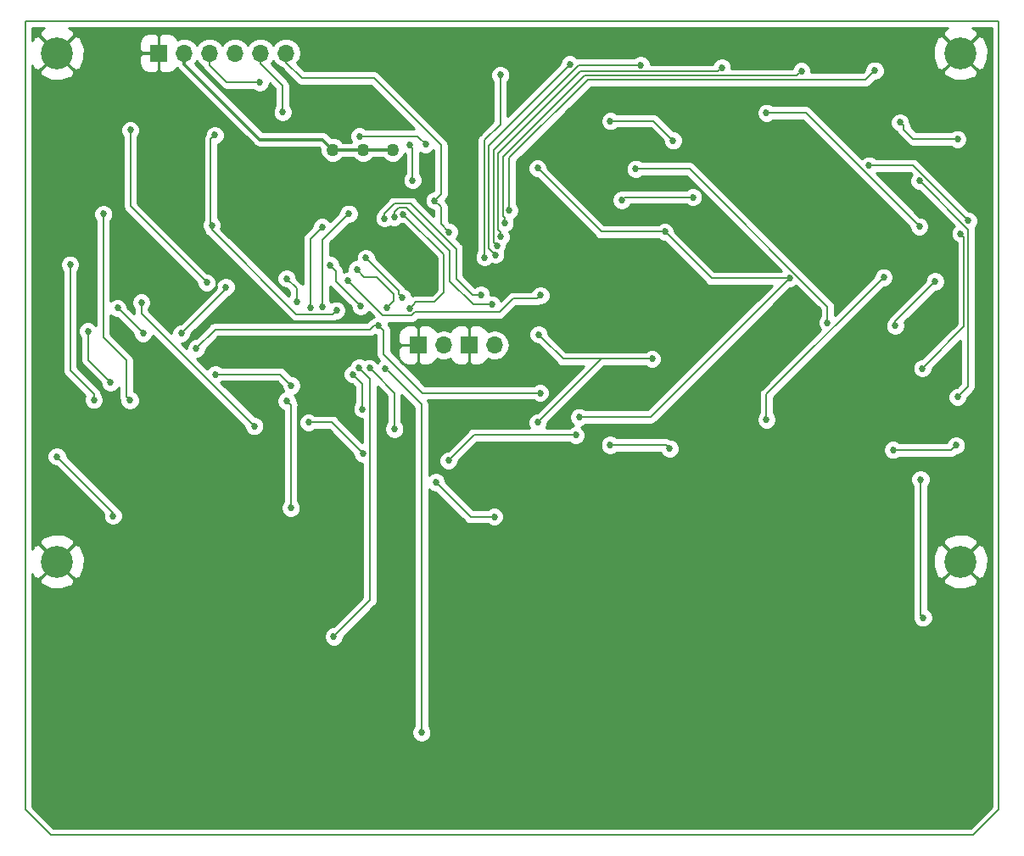
<source format=gbr>
%TF.GenerationSoftware,KiCad,Pcbnew,5.0.2-bee76a0~70~ubuntu16.04.1*%
%TF.CreationDate,2019-06-12T18:19:31-07:00*%
%TF.ProjectId,radiotxt,72616469-6f74-4787-942e-6b696361645f,rev?*%
%TF.SameCoordinates,PX68290a0PY463f660*%
%TF.FileFunction,Copper,L2,Bot*%
%TF.FilePolarity,Positive*%
%FSLAX46Y46*%
G04 Gerber Fmt 4.6, Leading zero omitted, Abs format (unit mm)*
G04 Created by KiCad (PCBNEW 5.0.2-bee76a0~70~ubuntu16.04.1) date Wed 12 Jun 2019 06:19:31 PM PDT*
%MOMM*%
%LPD*%
G01*
G04 APERTURE LIST*
%ADD10C,0.150000*%
%ADD11C,3.200000*%
%ADD12R,1.700000X1.700000*%
%ADD13O,1.700000X1.700000*%
%ADD14C,0.685800*%
%ADD15C,1.270000*%
%ADD16C,0.200000*%
%ADD17C,0.300000*%
%ADD18C,0.254000*%
G04 APERTURE END LIST*
D10*
X0Y0D02*
X97155000Y0D01*
X94615000Y-81280000D02*
X97155000Y-78740000D01*
X2540000Y-81280000D02*
X0Y-78740000D01*
X94615000Y-81280000D02*
X2540000Y-81280000D01*
X97155000Y0D02*
X97155000Y-78740000D01*
X0Y0D02*
X0Y-78740000D01*
D11*
X93345000Y-53975000D03*
X3175000Y-3175000D03*
X93345000Y-3175000D03*
X3175000Y-53975000D03*
D12*
X13335000Y-3175000D03*
D13*
X15875000Y-3175000D03*
X18415000Y-3175000D03*
X20955000Y-3175000D03*
X23495000Y-3175000D03*
X26035000Y-3175000D03*
D12*
X39210000Y-32340000D03*
D13*
X41750000Y-32340000D03*
D12*
X44290000Y-32340000D03*
D13*
X46830000Y-32340000D03*
D14*
X32237196Y-25920000D03*
X51425000Y-27370000D03*
X87315000Y-10100000D03*
X93045000Y-11770000D03*
X58405000Y-9970000D03*
X64655000Y-11910000D03*
X18985000Y-35260000D03*
X26570253Y-36384747D03*
X4485000Y-24300000D03*
X6855000Y-37830000D03*
X3165000Y-43480000D03*
X8763000Y-49403000D03*
X10445000Y-37860000D03*
X7805000Y-19250000D03*
X22875000Y-40460000D03*
X11605000Y-28100000D03*
X54955000Y-41350000D03*
X42255000Y-43890000D03*
X28285000Y-40080000D03*
X33725000Y-43180000D03*
X18925000Y-11370000D03*
X18625000Y-20370000D03*
X33655000Y-38735000D03*
X31070000Y-28880000D03*
X32680000Y-35270000D03*
X62575000Y-33730000D03*
X51145000Y-40080000D03*
X41005000Y-46050000D03*
X46825000Y-49490000D03*
X51247107Y-31292107D03*
X76295000Y-25680000D03*
X55285000Y-39540000D03*
X63845000Y-21030000D03*
X51145000Y-14680000D03*
X80075000Y-30110000D03*
X60925000Y-14740000D03*
X85675000Y-25580000D03*
X73975000Y-39790000D03*
X89245000Y-20490000D03*
X73975000Y-9150000D03*
X89535000Y-34671000D03*
X93345000Y-21209000D03*
X94125099Y-19920901D03*
X84201000Y-14405064D03*
X89245000Y-15950000D03*
X93055000Y-37540000D03*
X89355000Y-45760000D03*
X89605000Y-59590000D03*
X66645000Y-17580000D03*
X59545000Y-17860000D03*
X6275000Y-30950000D03*
X8515000Y-36070000D03*
X17085000Y-32680000D03*
X51395000Y-37130000D03*
X90805000Y-25990000D03*
X86825000Y-30400000D03*
X35283587Y-30372800D03*
X36060000Y-28600000D03*
X33110000Y-24790000D03*
X36845000Y-40720000D03*
X92895000Y-42360000D03*
X86625000Y-42830000D03*
X58375000Y-42330000D03*
X64315000Y-42690000D03*
X34000000Y-23650000D03*
X34380000Y-34660000D03*
X37620000Y-27590000D03*
X26515000Y-48600000D03*
X26105000Y-37930000D03*
X28440000Y-28590000D03*
X29630000Y-20550000D03*
X30795000Y-61460000D03*
X29690000Y-28543189D03*
X33330000Y-34620000D03*
X32290000Y-19220000D03*
X9235000Y-28650000D03*
X11775000Y-31190000D03*
X15585000Y-31190000D03*
X20030000Y-26547090D03*
X10505000Y-10870000D03*
X18125000Y-26110000D03*
X26100000Y-25700000D03*
X27100000Y-28022900D03*
X33480000Y-28480000D03*
X30450000Y-24370000D03*
X46930000Y-23330002D03*
X54362893Y-4307893D03*
X47425000Y-5370000D03*
X45850000Y-23590000D03*
X61425000Y-4370000D03*
X47071134Y-22423949D03*
X69535000Y-4630000D03*
X47470000Y-21540000D03*
X77475000Y-4970000D03*
X47862910Y-20150000D03*
X84785000Y-4930000D03*
X48322910Y-18880000D03*
D15*
X28380000Y-8910000D03*
X29820000Y-34410000D03*
X23110000Y-17690000D03*
X45070000Y-8290000D03*
X53190000Y-13170000D03*
X29080000Y-3600000D03*
D14*
X39565000Y-71040000D03*
X37750000Y-19260000D03*
X35970000Y-34690000D03*
X38380100Y-28660686D03*
X33370000Y-11470000D03*
X39960000Y-12300000D03*
X23410000Y-6100000D03*
X38660000Y-15870000D03*
X38400000Y-12380000D03*
D15*
X30720000Y-12845000D03*
X33730000Y-12825000D03*
X36670000Y-12835000D03*
D14*
X42305000Y-21045000D03*
X40860000Y-17905000D03*
X25690000Y-9070000D03*
X35850000Y-19680000D03*
X45490068Y-27320000D03*
X36850000Y-19570000D03*
X46580000Y-28290000D03*
D16*
X87657899Y-10442899D02*
X87657899Y-10792899D01*
X87315000Y-10100000D02*
X87657899Y-10442899D01*
X88635000Y-11770000D02*
X93045000Y-11770000D01*
X87657899Y-10792899D02*
X88635000Y-11770000D01*
X62715000Y-9970000D02*
X64655000Y-11910000D01*
X58405000Y-9970000D02*
X62715000Y-9970000D01*
X35677196Y-29360000D02*
X32237196Y-25920000D01*
X38590000Y-29360000D02*
X35677196Y-29360000D01*
X51425000Y-27370000D02*
X51082101Y-27712899D01*
X51082101Y-27712899D02*
X48697101Y-27712899D01*
X38920000Y-29030000D02*
X38590000Y-29360000D01*
X48697101Y-27712899D02*
X47380000Y-29030000D01*
X47380000Y-29030000D02*
X38920000Y-29030000D01*
X25445506Y-35260000D02*
X26570253Y-36384747D01*
X18985000Y-35260000D02*
X25445506Y-35260000D01*
X4485000Y-24300000D02*
X4485000Y-34860000D01*
X6855000Y-37230000D02*
X6855000Y-37830000D01*
X4485000Y-34860000D02*
X6855000Y-37230000D01*
X8763000Y-49078000D02*
X8763000Y-49403000D01*
X3165000Y-43480000D02*
X8763000Y-49078000D01*
X10102101Y-37517101D02*
X10102101Y-33857101D01*
X10445000Y-37860000D02*
X10102101Y-37517101D01*
X7805000Y-31560000D02*
X7805000Y-19250000D01*
X10102101Y-33857101D02*
X7805000Y-31560000D01*
X11605000Y-29190000D02*
X11605000Y-28100000D01*
X22875000Y-40460000D02*
X11605000Y-29190000D01*
X44795000Y-41350000D02*
X42255000Y-43890000D01*
X54955000Y-41350000D02*
X44795000Y-41350000D01*
X28285000Y-40080000D02*
X30625000Y-40080000D01*
X33382101Y-42837101D02*
X33725000Y-43180000D01*
X30625000Y-40080000D02*
X33382101Y-42837101D01*
X18525000Y-20270000D02*
X18625000Y-20370000D01*
X18525000Y-11770000D02*
X18525000Y-20270000D01*
X18925000Y-11370000D02*
X18525000Y-11770000D01*
X30727101Y-29222899D02*
X31070000Y-28880000D01*
X18625000Y-20370000D02*
X18625000Y-20854933D01*
X18625000Y-20854933D02*
X27040067Y-29270000D01*
X27040067Y-29270000D02*
X30680000Y-29270000D01*
X30680000Y-29270000D02*
X30727101Y-29222899D01*
X33655000Y-36245000D02*
X33022899Y-35612899D01*
X33022899Y-35612899D02*
X32680000Y-35270000D01*
X33655000Y-38735000D02*
X33655000Y-36245000D01*
X51145000Y-40080000D02*
X57495000Y-33730000D01*
X57495000Y-33730000D02*
X62575000Y-33730000D01*
X44445000Y-49490000D02*
X46825000Y-49490000D01*
X41005000Y-46050000D02*
X44445000Y-49490000D01*
X57495000Y-33730000D02*
X53685000Y-33730000D01*
X53685000Y-33730000D02*
X51590006Y-31635006D01*
X51590006Y-31635006D02*
X51247107Y-31292107D01*
X62435000Y-39540000D02*
X55285000Y-39540000D01*
X76295000Y-25680000D02*
X62435000Y-39540000D01*
X51145000Y-14680000D02*
X57495000Y-21030000D01*
X57495000Y-21030000D02*
X63360067Y-21030000D01*
X63360067Y-21030000D02*
X63845000Y-21030000D01*
X68495000Y-25680000D02*
X63845000Y-21030000D01*
X76295000Y-25680000D02*
X68495000Y-25680000D01*
X66306494Y-14740000D02*
X60925000Y-14740000D01*
X80075000Y-28508506D02*
X66306494Y-14740000D01*
X80075000Y-30110000D02*
X80075000Y-28508506D01*
X73975000Y-37280000D02*
X73975000Y-39790000D01*
X85675000Y-25580000D02*
X73975000Y-37280000D01*
X77905000Y-9150000D02*
X73975000Y-9150000D01*
X89245000Y-20490000D02*
X77905000Y-9150000D01*
X89535000Y-34671000D02*
X89877899Y-34328101D01*
X89877899Y-34328101D02*
X93706990Y-30499010D01*
X93706990Y-21570990D02*
X93345000Y-21209000D01*
X93706990Y-30499010D02*
X93706990Y-21570990D01*
X88609262Y-14405064D02*
X84201000Y-14405064D01*
X94125099Y-19920901D02*
X88609262Y-14405064D01*
X89355000Y-59340000D02*
X89605000Y-59590000D01*
X89355000Y-45760000D02*
X89355000Y-59340000D01*
X59825000Y-17580000D02*
X59545000Y-17860000D01*
X66645000Y-17580000D02*
X59825000Y-17580000D01*
X6275000Y-30950000D02*
X6275000Y-33830000D01*
X6275000Y-33830000D02*
X8172101Y-35727101D01*
X8172101Y-35727101D02*
X8515000Y-36070000D01*
X94107000Y-36488000D02*
X93055000Y-37540000D01*
X94107000Y-20812000D02*
X94107000Y-36488000D01*
X89245000Y-15950000D02*
X94107000Y-20812000D01*
X86825000Y-29970000D02*
X86825000Y-30400000D01*
X90805000Y-25990000D02*
X86825000Y-29970000D01*
X34798654Y-30372800D02*
X35283587Y-30372800D01*
X34381454Y-30790000D02*
X34798654Y-30372800D01*
X18975000Y-30790000D02*
X34381454Y-30790000D01*
X17085000Y-32680000D02*
X18975000Y-30790000D01*
X36762901Y-27897099D02*
X36060000Y-28600000D01*
X33110000Y-24790000D02*
X33850001Y-25530001D01*
X33850001Y-25530001D02*
X35074934Y-25530001D01*
X35074934Y-25530001D02*
X36762901Y-27217968D01*
X36762901Y-27217968D02*
X36762901Y-27897099D01*
X35768520Y-30857733D02*
X35283587Y-30372800D01*
X35768520Y-33258520D02*
X35768520Y-30857733D01*
X39640000Y-37130000D02*
X35768520Y-33258520D01*
X51395000Y-37130000D02*
X39640000Y-37130000D01*
X87109933Y-42830000D02*
X86625000Y-42830000D01*
X92425000Y-42830000D02*
X87109933Y-42830000D01*
X92895000Y-42360000D02*
X92425000Y-42830000D01*
X58375000Y-42330000D02*
X63955000Y-42330000D01*
X63972101Y-42347101D02*
X64315000Y-42690000D01*
X63955000Y-42330000D02*
X63972101Y-42347101D01*
X34722899Y-35002899D02*
X34380000Y-34660000D01*
X36845000Y-40720000D02*
X36845000Y-37125000D01*
X36845000Y-37125000D02*
X34722899Y-35002899D01*
X34000000Y-23650000D02*
X37262899Y-26912899D01*
X37262899Y-27232899D02*
X37620000Y-27590000D01*
X37262899Y-26912899D02*
X37262899Y-27232899D01*
X26515000Y-38340000D02*
X26105000Y-37930000D01*
X26515000Y-48600000D02*
X26515000Y-38340000D01*
X28440000Y-21740000D02*
X28440000Y-28590000D01*
X29630000Y-20550000D02*
X28440000Y-21740000D01*
X30795000Y-61460000D02*
X34402899Y-57852101D01*
X33672899Y-34962899D02*
X33330000Y-34620000D01*
X34402899Y-35692899D02*
X33672899Y-34962899D01*
X34402899Y-57852101D02*
X34402899Y-35692899D01*
X29690000Y-28543189D02*
X29690000Y-22000000D01*
X29690000Y-21820000D02*
X32290000Y-19220000D01*
X29690000Y-22000000D02*
X29690000Y-21820000D01*
X9235000Y-28650000D02*
X11775000Y-31190000D01*
X20030000Y-26737100D02*
X20030000Y-26547090D01*
X20030000Y-26745000D02*
X20030000Y-26737100D01*
X15585000Y-31190000D02*
X20030000Y-26745000D01*
X10505000Y-18490000D02*
X17782101Y-25767101D01*
X10505000Y-10870000D02*
X10505000Y-18490000D01*
X17782101Y-25767101D02*
X18125000Y-26110000D01*
X27100000Y-26700000D02*
X27100000Y-28022900D01*
X26100000Y-25700000D02*
X27100000Y-26700000D01*
X33480000Y-28480000D02*
X33137101Y-28137101D01*
X33137101Y-28137101D02*
X33127101Y-28137101D01*
X33127101Y-28137101D02*
X31012899Y-26022899D01*
X31012899Y-24932899D02*
X31012899Y-25230000D01*
X30450000Y-24370000D02*
X31012899Y-24932899D01*
X31012899Y-26022899D02*
X31012899Y-25230000D01*
X46267077Y-12403709D02*
X46267077Y-22667079D01*
X54362893Y-4307893D02*
X46267077Y-12403709D01*
X46587101Y-22987103D02*
X46930000Y-23330002D01*
X46267077Y-22667079D02*
X46587101Y-22987103D01*
X47425000Y-5370000D02*
X47425000Y-10295000D01*
X47425000Y-10295000D02*
X45850000Y-11870000D01*
X45850000Y-23105067D02*
X45850000Y-23590000D01*
X45850000Y-11870000D02*
X45850000Y-23105067D01*
X46728235Y-12851765D02*
X46728235Y-22081050D01*
X55210000Y-4370000D02*
X46728235Y-12851765D01*
X61425000Y-4370000D02*
X55210000Y-4370000D01*
X46728235Y-22081050D02*
X47071134Y-22423949D01*
X47470000Y-21055067D02*
X47470000Y-21540000D01*
X47220000Y-13220000D02*
X47220000Y-20805067D01*
X69535000Y-4630000D02*
X69135000Y-5030000D01*
X55410000Y-5030000D02*
X47220000Y-13220000D01*
X69135000Y-5030000D02*
X55410000Y-5030000D01*
X47220000Y-20805067D02*
X47470000Y-21055067D01*
X77475000Y-4970000D02*
X77014991Y-5430009D01*
X47680000Y-19482157D02*
X47862910Y-19665067D01*
X77014991Y-5430009D02*
X55830687Y-5430009D01*
X47680000Y-13580696D02*
X47680000Y-19482157D01*
X47862910Y-19665067D02*
X47862910Y-20150000D01*
X55830687Y-5430009D02*
X47680000Y-13580696D01*
X83884980Y-5830020D02*
X56159980Y-5830020D01*
X48322910Y-13667090D02*
X48322910Y-18395067D01*
X84785000Y-4930000D02*
X83884980Y-5830020D01*
X56159980Y-5830020D02*
X48322910Y-13667090D01*
X48322910Y-18395067D02*
X48322910Y-18880000D01*
X39565000Y-71040000D02*
X39565000Y-38285000D01*
X39565000Y-38285000D02*
X36312899Y-35032899D01*
X36312899Y-35032899D02*
X35970000Y-34690000D01*
X40880000Y-28040000D02*
X39000786Y-28040000D01*
X38722999Y-28317787D02*
X38380100Y-28660686D01*
X37750000Y-19260000D02*
X41800000Y-23310000D01*
X41800000Y-23310000D02*
X41800000Y-27120000D01*
X39000786Y-28040000D02*
X38722999Y-28317787D01*
X41800000Y-27120000D02*
X40880000Y-28040000D01*
X33370000Y-11470000D02*
X39130000Y-11470000D01*
X39130000Y-11470000D02*
X39960000Y-12300000D01*
X18415000Y-4377081D02*
X20137919Y-6100000D01*
X18415000Y-3175000D02*
X18415000Y-4377081D01*
X20137919Y-6100000D02*
X20550000Y-6100000D01*
X20550000Y-6100000D02*
X20320000Y-6100000D01*
X23410000Y-6100000D02*
X20550000Y-6100000D01*
X38680000Y-12660000D02*
X38400000Y-12380000D01*
X38680000Y-15850000D02*
X38680000Y-12660000D01*
X38660000Y-15870000D02*
X38680000Y-15850000D01*
D17*
X33710000Y-12845000D02*
X33730000Y-12825000D01*
X30720000Y-12845000D02*
X33710000Y-12845000D01*
X36660000Y-12825000D02*
X36670000Y-12835000D01*
X33730000Y-12825000D02*
X36660000Y-12825000D01*
X23410000Y-11810000D02*
X29685000Y-11810000D01*
X15875000Y-4275000D02*
X23410000Y-11810000D01*
X29685000Y-11810000D02*
X30720000Y-12845000D01*
X15875000Y-3175000D02*
X15875000Y-4275000D01*
D16*
X41510000Y-20250000D02*
X41510000Y-18555000D01*
X41510000Y-18555000D02*
X40860000Y-17905000D01*
X42305000Y-21045000D02*
X41510000Y-20250000D01*
X27610000Y-5680000D02*
X26035000Y-4105000D01*
X41510000Y-12360000D02*
X34830000Y-5680000D01*
X40860000Y-17905000D02*
X41510000Y-17255000D01*
X41510000Y-17255000D02*
X41510000Y-12360000D01*
X34830000Y-5680000D02*
X27610000Y-5680000D01*
X26035000Y-4105000D02*
X26035000Y-3175000D01*
X25690000Y-9070000D02*
X25690000Y-6430000D01*
X25690000Y-6430000D02*
X23495000Y-4235000D01*
X23495000Y-4235000D02*
X23495000Y-3175000D01*
X36827978Y-18217089D02*
X38507089Y-18217089D01*
X35850000Y-19195067D02*
X36827978Y-18217089D01*
X35850000Y-19680000D02*
X35850000Y-19195067D01*
X43020000Y-22730000D02*
X43020000Y-25710000D01*
X38507089Y-18217089D02*
X43020000Y-22730000D01*
X43020000Y-25710000D02*
X44630000Y-27320000D01*
X44630000Y-27320000D02*
X45490068Y-27320000D01*
X42380000Y-25950000D02*
X44720000Y-28290000D01*
X42380000Y-22930001D02*
X42380000Y-25950000D01*
X44720000Y-28290000D02*
X46580000Y-28290000D01*
X36850000Y-19570000D02*
X36850000Y-19085067D01*
X36850000Y-19085067D02*
X37317967Y-18617100D01*
X37317967Y-18617100D02*
X38067099Y-18617100D01*
X38067099Y-18617100D02*
X42380000Y-22930001D01*
D18*
G36*
X1702894Y-797048D02*
X1541409Y-904950D01*
X1408466Y-1390505D01*
X3175000Y-3157039D01*
X4941534Y-1390505D01*
X4808591Y-904950D01*
X4380611Y-710000D01*
X92105588Y-710000D01*
X91872894Y-797048D01*
X91711409Y-904950D01*
X91578466Y-1390505D01*
X93345000Y-3157039D01*
X95111534Y-1390505D01*
X94978591Y-904950D01*
X94550611Y-710000D01*
X96445000Y-710000D01*
X96445001Y-78445908D01*
X94320910Y-80570000D01*
X2834091Y-80570000D01*
X710000Y-78445910D01*
X710000Y-55759495D01*
X1408466Y-55759495D01*
X1541409Y-56245050D01*
X2534469Y-56697401D01*
X3625045Y-56735292D01*
X4647106Y-56352952D01*
X4808591Y-56245050D01*
X4941534Y-55759495D01*
X3175000Y-53992961D01*
X1408466Y-55759495D01*
X710000Y-55759495D01*
X710000Y-55214412D01*
X797048Y-55447106D01*
X904950Y-55608591D01*
X1390505Y-55741534D01*
X3157039Y-53975000D01*
X3192961Y-53975000D01*
X4959495Y-55741534D01*
X5445050Y-55608591D01*
X5897401Y-54615531D01*
X5935292Y-53524955D01*
X5552952Y-52502894D01*
X5445050Y-52341409D01*
X4959495Y-52208466D01*
X3192961Y-53975000D01*
X3157039Y-53975000D01*
X1390505Y-52208466D01*
X904950Y-52341409D01*
X710000Y-52769389D01*
X710000Y-52190505D01*
X1408466Y-52190505D01*
X3175000Y-53957039D01*
X4941534Y-52190505D01*
X4808591Y-51704950D01*
X3815531Y-51252599D01*
X2724955Y-51214708D01*
X1702894Y-51597048D01*
X1541409Y-51704950D01*
X1408466Y-52190505D01*
X710000Y-52190505D01*
X710000Y-43285484D01*
X2187100Y-43285484D01*
X2187100Y-43674516D01*
X2335977Y-44033936D01*
X2611064Y-44309023D01*
X2970484Y-44457900D01*
X3103454Y-44457900D01*
X7805291Y-49159738D01*
X7785100Y-49208484D01*
X7785100Y-49597516D01*
X7933977Y-49956936D01*
X8209064Y-50232023D01*
X8568484Y-50380900D01*
X8957516Y-50380900D01*
X9316936Y-50232023D01*
X9592023Y-49956936D01*
X9740900Y-49597516D01*
X9740900Y-49208484D01*
X9592023Y-48849064D01*
X9316936Y-48573977D01*
X9307621Y-48570118D01*
X9292905Y-48548095D01*
X9231538Y-48507091D01*
X4142900Y-43418454D01*
X4142900Y-43285484D01*
X3994023Y-42926064D01*
X3718936Y-42650977D01*
X3359516Y-42502100D01*
X2970484Y-42502100D01*
X2611064Y-42650977D01*
X2335977Y-42926064D01*
X2187100Y-43285484D01*
X710000Y-43285484D01*
X710000Y-24105484D01*
X3507100Y-24105484D01*
X3507100Y-24494516D01*
X3655977Y-24853936D01*
X3750000Y-24947959D01*
X3750001Y-34787611D01*
X3735602Y-34860000D01*
X3792646Y-35146782D01*
X3912474Y-35326117D01*
X3955096Y-35389905D01*
X4016463Y-35430909D01*
X5977837Y-37392284D01*
X5877100Y-37635484D01*
X5877100Y-38024516D01*
X6025977Y-38383936D01*
X6301064Y-38659023D01*
X6660484Y-38807900D01*
X7049516Y-38807900D01*
X7408936Y-38659023D01*
X7684023Y-38383936D01*
X7832900Y-38024516D01*
X7832900Y-37635484D01*
X7684023Y-37276064D01*
X7596065Y-37188106D01*
X7590000Y-37157613D01*
X7590000Y-37157612D01*
X7547354Y-36943217D01*
X7384905Y-36700095D01*
X7323538Y-36659091D01*
X5220000Y-34555554D01*
X5220000Y-30755484D01*
X5297100Y-30755484D01*
X5297100Y-31144516D01*
X5445977Y-31503936D01*
X5540000Y-31597959D01*
X5540001Y-33757611D01*
X5525602Y-33830000D01*
X5582646Y-34116782D01*
X5699790Y-34292100D01*
X5745096Y-34359905D01*
X5806463Y-34400909D01*
X7537100Y-36131547D01*
X7537100Y-36264516D01*
X7685977Y-36623936D01*
X7961064Y-36899023D01*
X8320484Y-37047900D01*
X8709516Y-37047900D01*
X9068936Y-36899023D01*
X9344023Y-36623936D01*
X9367101Y-36568220D01*
X9367101Y-37444717D01*
X9352703Y-37517101D01*
X9367101Y-37589485D01*
X9367101Y-37589488D01*
X9409747Y-37803883D01*
X9467100Y-37889718D01*
X9467100Y-38054516D01*
X9615977Y-38413936D01*
X9891064Y-38689023D01*
X10250484Y-38837900D01*
X10639516Y-38837900D01*
X10998936Y-38689023D01*
X11274023Y-38413936D01*
X11422900Y-38054516D01*
X11422900Y-37665484D01*
X11274023Y-37306064D01*
X10998936Y-37030977D01*
X10837101Y-36963943D01*
X10837101Y-33929484D01*
X10851499Y-33857100D01*
X10837101Y-33784716D01*
X10837101Y-33784713D01*
X10794455Y-33570318D01*
X10632006Y-33327196D01*
X10570638Y-33286192D01*
X8540000Y-31255554D01*
X8540000Y-29337959D01*
X8681064Y-29479023D01*
X9040484Y-29627900D01*
X9173454Y-29627900D01*
X10797100Y-31251547D01*
X10797100Y-31384516D01*
X10945977Y-31743936D01*
X11221064Y-32019023D01*
X11580484Y-32167900D01*
X11969516Y-32167900D01*
X12328936Y-32019023D01*
X12604023Y-31743936D01*
X12752900Y-31384516D01*
X12752900Y-31377346D01*
X21897100Y-40521547D01*
X21897100Y-40654516D01*
X22045977Y-41013936D01*
X22321064Y-41289023D01*
X22680484Y-41437900D01*
X23069516Y-41437900D01*
X23428936Y-41289023D01*
X23704023Y-41013936D01*
X23852900Y-40654516D01*
X23852900Y-40265484D01*
X23704023Y-39906064D01*
X23428936Y-39630977D01*
X23069516Y-39482100D01*
X22936547Y-39482100D01*
X19541203Y-36086756D01*
X19632959Y-35995000D01*
X25141060Y-35995000D01*
X25592353Y-36446294D01*
X25592353Y-36579263D01*
X25741230Y-36938683D01*
X25800291Y-36997744D01*
X25551064Y-37100977D01*
X25275977Y-37376064D01*
X25127100Y-37735484D01*
X25127100Y-38124516D01*
X25275977Y-38483936D01*
X25551064Y-38759023D01*
X25780001Y-38853852D01*
X25780000Y-47952041D01*
X25685977Y-48046064D01*
X25537100Y-48405484D01*
X25537100Y-48794516D01*
X25685977Y-49153936D01*
X25961064Y-49429023D01*
X26320484Y-49577900D01*
X26709516Y-49577900D01*
X27068936Y-49429023D01*
X27344023Y-49153936D01*
X27492900Y-48794516D01*
X27492900Y-48405484D01*
X27344023Y-48046064D01*
X27250000Y-47952041D01*
X27250000Y-38412388D01*
X27264399Y-38340000D01*
X27218231Y-38107900D01*
X27207354Y-38053217D01*
X27082900Y-37866959D01*
X27082900Y-37735484D01*
X26934023Y-37376064D01*
X26874962Y-37317003D01*
X27124189Y-37213770D01*
X27399276Y-36938683D01*
X27548153Y-36579263D01*
X27548153Y-36190231D01*
X27399276Y-35830811D01*
X27124189Y-35555724D01*
X26764769Y-35406847D01*
X26631800Y-35406847D01*
X26016417Y-34791465D01*
X25975411Y-34730095D01*
X25732289Y-34567646D01*
X25517894Y-34525000D01*
X25517890Y-34525000D01*
X25445506Y-34510602D01*
X25373122Y-34525000D01*
X19632959Y-34525000D01*
X19538936Y-34430977D01*
X19179516Y-34282100D01*
X18790484Y-34282100D01*
X18431064Y-34430977D01*
X18158244Y-34703797D01*
X17112346Y-33657900D01*
X17279516Y-33657900D01*
X17638936Y-33509023D01*
X17914023Y-33233936D01*
X18062900Y-32874516D01*
X18062900Y-32741546D01*
X19279447Y-31525000D01*
X34309070Y-31525000D01*
X34381454Y-31539398D01*
X34453838Y-31525000D01*
X34453842Y-31525000D01*
X34668237Y-31482354D01*
X34911359Y-31319905D01*
X34933766Y-31286370D01*
X35033521Y-31327690D01*
X35033520Y-33186135D01*
X35019122Y-33258520D01*
X35033520Y-33330904D01*
X35033520Y-33330907D01*
X35076166Y-33545302D01*
X35238615Y-33788425D01*
X35299985Y-33829431D01*
X35373797Y-33903244D01*
X35190000Y-34087041D01*
X34933936Y-33830977D01*
X34574516Y-33682100D01*
X34185484Y-33682100D01*
X33895270Y-33802311D01*
X33883936Y-33790977D01*
X33524516Y-33642100D01*
X33135484Y-33642100D01*
X32776064Y-33790977D01*
X32500977Y-34066064D01*
X32391167Y-34331167D01*
X32126064Y-34440977D01*
X31850977Y-34716064D01*
X31702100Y-35075484D01*
X31702100Y-35464516D01*
X31850977Y-35823936D01*
X32126064Y-36099023D01*
X32485484Y-36247900D01*
X32618454Y-36247900D01*
X32920001Y-36549447D01*
X32920000Y-38087041D01*
X32825977Y-38181064D01*
X32677100Y-38540484D01*
X32677100Y-38929516D01*
X32825977Y-39288936D01*
X33101064Y-39564023D01*
X33460484Y-39712900D01*
X33667900Y-39712900D01*
X33667900Y-42083453D01*
X31195911Y-39611465D01*
X31154905Y-39550095D01*
X30911783Y-39387646D01*
X30697388Y-39345000D01*
X30697384Y-39345000D01*
X30625000Y-39330602D01*
X30552616Y-39345000D01*
X28932959Y-39345000D01*
X28838936Y-39250977D01*
X28479516Y-39102100D01*
X28090484Y-39102100D01*
X27731064Y-39250977D01*
X27455977Y-39526064D01*
X27307100Y-39885484D01*
X27307100Y-40274516D01*
X27455977Y-40633936D01*
X27731064Y-40909023D01*
X28090484Y-41057900D01*
X28479516Y-41057900D01*
X28838936Y-40909023D01*
X28932959Y-40815000D01*
X30320554Y-40815000D01*
X32747100Y-43241547D01*
X32747100Y-43374516D01*
X32895977Y-43733936D01*
X33171064Y-44009023D01*
X33530484Y-44157900D01*
X33667900Y-44157900D01*
X33667899Y-57547654D01*
X30733454Y-60482100D01*
X30600484Y-60482100D01*
X30241064Y-60630977D01*
X29965977Y-60906064D01*
X29817100Y-61265484D01*
X29817100Y-61654516D01*
X29965977Y-62013936D01*
X30241064Y-62289023D01*
X30600484Y-62437900D01*
X30989516Y-62437900D01*
X31348936Y-62289023D01*
X31624023Y-62013936D01*
X31772900Y-61654516D01*
X31772900Y-61521546D01*
X34871437Y-58423010D01*
X34932804Y-58382006D01*
X35095253Y-58138884D01*
X35137899Y-57924489D01*
X35137899Y-57924488D01*
X35152298Y-57852101D01*
X35137899Y-57779713D01*
X35137899Y-36457345D01*
X36110001Y-37429448D01*
X36110000Y-40072041D01*
X36015977Y-40166064D01*
X35867100Y-40525484D01*
X35867100Y-40914516D01*
X36015977Y-41273936D01*
X36291064Y-41549023D01*
X36650484Y-41697900D01*
X37039516Y-41697900D01*
X37398936Y-41549023D01*
X37674023Y-41273936D01*
X37822900Y-40914516D01*
X37822900Y-40525484D01*
X37674023Y-40166064D01*
X37580000Y-40072041D01*
X37580000Y-37339447D01*
X38830001Y-38589448D01*
X38830000Y-70392041D01*
X38735977Y-70486064D01*
X38587100Y-70845484D01*
X38587100Y-71234516D01*
X38735977Y-71593936D01*
X39011064Y-71869023D01*
X39370484Y-72017900D01*
X39759516Y-72017900D01*
X40118936Y-71869023D01*
X40394023Y-71593936D01*
X40542900Y-71234516D01*
X40542900Y-70845484D01*
X40394023Y-70486064D01*
X40300000Y-70392041D01*
X40300000Y-46727959D01*
X40451064Y-46879023D01*
X40810484Y-47027900D01*
X40943454Y-47027900D01*
X43874091Y-49958538D01*
X43915095Y-50019905D01*
X44158217Y-50182354D01*
X44372612Y-50225000D01*
X44445000Y-50239399D01*
X44517388Y-50225000D01*
X46177041Y-50225000D01*
X46271064Y-50319023D01*
X46630484Y-50467900D01*
X47019516Y-50467900D01*
X47378936Y-50319023D01*
X47654023Y-50043936D01*
X47802900Y-49684516D01*
X47802900Y-49295484D01*
X47654023Y-48936064D01*
X47378936Y-48660977D01*
X47019516Y-48512100D01*
X46630484Y-48512100D01*
X46271064Y-48660977D01*
X46177041Y-48755000D01*
X44749447Y-48755000D01*
X41982900Y-45988454D01*
X41982900Y-45855484D01*
X41862778Y-45565484D01*
X88377100Y-45565484D01*
X88377100Y-45954516D01*
X88525977Y-46313936D01*
X88620000Y-46407959D01*
X88620001Y-59267611D01*
X88605602Y-59340000D01*
X88627100Y-59448079D01*
X88627100Y-59784516D01*
X88775977Y-60143936D01*
X89051064Y-60419023D01*
X89410484Y-60567900D01*
X89799516Y-60567900D01*
X90158936Y-60419023D01*
X90434023Y-60143936D01*
X90582900Y-59784516D01*
X90582900Y-59395484D01*
X90434023Y-59036064D01*
X90158936Y-58760977D01*
X90090000Y-58732423D01*
X90090000Y-55759495D01*
X91578466Y-55759495D01*
X91711409Y-56245050D01*
X92704469Y-56697401D01*
X93795045Y-56735292D01*
X94817106Y-56352952D01*
X94978591Y-56245050D01*
X95111534Y-55759495D01*
X93345000Y-53992961D01*
X91578466Y-55759495D01*
X90090000Y-55759495D01*
X90090000Y-54425045D01*
X90584708Y-54425045D01*
X90967048Y-55447106D01*
X91074950Y-55608591D01*
X91560505Y-55741534D01*
X93327039Y-53975000D01*
X93362961Y-53975000D01*
X95129495Y-55741534D01*
X95615050Y-55608591D01*
X96067401Y-54615531D01*
X96105292Y-53524955D01*
X95722952Y-52502894D01*
X95615050Y-52341409D01*
X95129495Y-52208466D01*
X93362961Y-53975000D01*
X93327039Y-53975000D01*
X91560505Y-52208466D01*
X91074950Y-52341409D01*
X90622599Y-53334469D01*
X90584708Y-54425045D01*
X90090000Y-54425045D01*
X90090000Y-52190505D01*
X91578466Y-52190505D01*
X93345000Y-53957039D01*
X95111534Y-52190505D01*
X94978591Y-51704950D01*
X93985531Y-51252599D01*
X92894955Y-51214708D01*
X91872894Y-51597048D01*
X91711409Y-51704950D01*
X91578466Y-52190505D01*
X90090000Y-52190505D01*
X90090000Y-46407959D01*
X90184023Y-46313936D01*
X90332900Y-45954516D01*
X90332900Y-45565484D01*
X90184023Y-45206064D01*
X89908936Y-44930977D01*
X89549516Y-44782100D01*
X89160484Y-44782100D01*
X88801064Y-44930977D01*
X88525977Y-45206064D01*
X88377100Y-45565484D01*
X41862778Y-45565484D01*
X41834023Y-45496064D01*
X41558936Y-45220977D01*
X41199516Y-45072100D01*
X40810484Y-45072100D01*
X40451064Y-45220977D01*
X40300000Y-45372041D01*
X40300000Y-43695484D01*
X41277100Y-43695484D01*
X41277100Y-44084516D01*
X41425977Y-44443936D01*
X41701064Y-44719023D01*
X42060484Y-44867900D01*
X42449516Y-44867900D01*
X42808936Y-44719023D01*
X43084023Y-44443936D01*
X43232900Y-44084516D01*
X43232900Y-43951546D01*
X45099447Y-42085000D01*
X54307041Y-42085000D01*
X54401064Y-42179023D01*
X54760484Y-42327900D01*
X55149516Y-42327900D01*
X55508936Y-42179023D01*
X55552475Y-42135484D01*
X57397100Y-42135484D01*
X57397100Y-42524516D01*
X57545977Y-42883936D01*
X57821064Y-43159023D01*
X58180484Y-43307900D01*
X58569516Y-43307900D01*
X58928936Y-43159023D01*
X59022959Y-43065000D01*
X63411859Y-43065000D01*
X63485977Y-43243936D01*
X63761064Y-43519023D01*
X64120484Y-43667900D01*
X64509516Y-43667900D01*
X64868936Y-43519023D01*
X65144023Y-43243936D01*
X65292900Y-42884516D01*
X65292900Y-42635484D01*
X85647100Y-42635484D01*
X85647100Y-43024516D01*
X85795977Y-43383936D01*
X86071064Y-43659023D01*
X86430484Y-43807900D01*
X86819516Y-43807900D01*
X87178936Y-43659023D01*
X87272959Y-43565000D01*
X92352616Y-43565000D01*
X92425000Y-43579398D01*
X92497384Y-43565000D01*
X92497388Y-43565000D01*
X92711783Y-43522354D01*
X92954905Y-43359905D01*
X92969608Y-43337900D01*
X93089516Y-43337900D01*
X93448936Y-43189023D01*
X93724023Y-42913936D01*
X93872900Y-42554516D01*
X93872900Y-42165484D01*
X93724023Y-41806064D01*
X93448936Y-41530977D01*
X93089516Y-41382100D01*
X92700484Y-41382100D01*
X92341064Y-41530977D01*
X92065977Y-41806064D01*
X91946295Y-42095000D01*
X87272959Y-42095000D01*
X87178936Y-42000977D01*
X86819516Y-41852100D01*
X86430484Y-41852100D01*
X86071064Y-42000977D01*
X85795977Y-42276064D01*
X85647100Y-42635484D01*
X65292900Y-42635484D01*
X65292900Y-42495484D01*
X65144023Y-42136064D01*
X64868936Y-41860977D01*
X64509516Y-41712100D01*
X64353211Y-41712100D01*
X64241783Y-41637646D01*
X64027388Y-41595000D01*
X64027384Y-41595000D01*
X63955000Y-41580602D01*
X63882616Y-41595000D01*
X59022959Y-41595000D01*
X58928936Y-41500977D01*
X58569516Y-41352100D01*
X58180484Y-41352100D01*
X57821064Y-41500977D01*
X57545977Y-41776064D01*
X57397100Y-42135484D01*
X55552475Y-42135484D01*
X55784023Y-41903936D01*
X55932900Y-41544516D01*
X55932900Y-41155484D01*
X55784023Y-40796064D01*
X55508936Y-40520977D01*
X55490512Y-40513345D01*
X55838936Y-40369023D01*
X55932959Y-40275000D01*
X62362616Y-40275000D01*
X62435000Y-40289398D01*
X62507384Y-40275000D01*
X62507388Y-40275000D01*
X62721783Y-40232354D01*
X62964905Y-40069905D01*
X63005911Y-40008535D01*
X76356547Y-26657900D01*
X76489516Y-26657900D01*
X76848936Y-26509023D01*
X76942503Y-26415456D01*
X79340001Y-28812954D01*
X79340000Y-29462041D01*
X79245977Y-29556064D01*
X79097100Y-29915484D01*
X79097100Y-30304516D01*
X79245977Y-30663936D01*
X79398797Y-30816756D01*
X73506465Y-36709089D01*
X73445095Y-36750095D01*
X73282646Y-36993218D01*
X73240000Y-37207613D01*
X73240000Y-37207616D01*
X73225602Y-37280000D01*
X73240000Y-37352385D01*
X73240001Y-39142040D01*
X73145977Y-39236064D01*
X72997100Y-39595484D01*
X72997100Y-39984516D01*
X73145977Y-40343936D01*
X73421064Y-40619023D01*
X73780484Y-40767900D01*
X74169516Y-40767900D01*
X74528936Y-40619023D01*
X74804023Y-40343936D01*
X74952900Y-39984516D01*
X74952900Y-39595484D01*
X74804023Y-39236064D01*
X74710000Y-39142041D01*
X74710000Y-37584446D01*
X82088962Y-30205484D01*
X85847100Y-30205484D01*
X85847100Y-30594516D01*
X85995977Y-30953936D01*
X86271064Y-31229023D01*
X86630484Y-31377900D01*
X87019516Y-31377900D01*
X87378936Y-31229023D01*
X87654023Y-30953936D01*
X87802900Y-30594516D01*
X87802900Y-30205484D01*
X87751955Y-30082491D01*
X90866547Y-26967900D01*
X90999516Y-26967900D01*
X91358936Y-26819023D01*
X91634023Y-26543936D01*
X91782900Y-26184516D01*
X91782900Y-25795484D01*
X91634023Y-25436064D01*
X91358936Y-25160977D01*
X90999516Y-25012100D01*
X90610484Y-25012100D01*
X90251064Y-25160977D01*
X89975977Y-25436064D01*
X89827100Y-25795484D01*
X89827100Y-25928453D01*
X86356465Y-29399089D01*
X86295095Y-29440095D01*
X86132646Y-29683218D01*
X86126146Y-29715895D01*
X85995977Y-29846064D01*
X85847100Y-30205484D01*
X82088962Y-30205484D01*
X85736547Y-26557900D01*
X85869516Y-26557900D01*
X86228936Y-26409023D01*
X86504023Y-26133936D01*
X86652900Y-25774516D01*
X86652900Y-25385484D01*
X86504023Y-25026064D01*
X86228936Y-24750977D01*
X85869516Y-24602100D01*
X85480484Y-24602100D01*
X85121064Y-24750977D01*
X84845977Y-25026064D01*
X84697100Y-25385484D01*
X84697100Y-25518453D01*
X80810000Y-29405553D01*
X80810000Y-28580890D01*
X80824398Y-28508506D01*
X80810000Y-28436122D01*
X80810000Y-28436118D01*
X80767354Y-28221723D01*
X80604905Y-27978601D01*
X80543538Y-27937597D01*
X66877405Y-14271465D01*
X66836399Y-14210095D01*
X66593277Y-14047646D01*
X66378882Y-14005000D01*
X66378878Y-14005000D01*
X66306494Y-13990602D01*
X66234110Y-14005000D01*
X61572959Y-14005000D01*
X61478936Y-13910977D01*
X61119516Y-13762100D01*
X60730484Y-13762100D01*
X60371064Y-13910977D01*
X60095977Y-14186064D01*
X59947100Y-14545484D01*
X59947100Y-14934516D01*
X60095977Y-15293936D01*
X60371064Y-15569023D01*
X60730484Y-15717900D01*
X61119516Y-15717900D01*
X61478936Y-15569023D01*
X61572959Y-15475000D01*
X66002048Y-15475000D01*
X75472047Y-24945000D01*
X68799447Y-24945000D01*
X64822900Y-20968454D01*
X64822900Y-20835484D01*
X64674023Y-20476064D01*
X64398936Y-20200977D01*
X64039516Y-20052100D01*
X63650484Y-20052100D01*
X63291064Y-20200977D01*
X63197041Y-20295000D01*
X57799447Y-20295000D01*
X55169931Y-17665484D01*
X58567100Y-17665484D01*
X58567100Y-18054516D01*
X58715977Y-18413936D01*
X58991064Y-18689023D01*
X59350484Y-18837900D01*
X59739516Y-18837900D01*
X60098936Y-18689023D01*
X60374023Y-18413936D01*
X60415004Y-18315000D01*
X65997041Y-18315000D01*
X66091064Y-18409023D01*
X66450484Y-18557900D01*
X66839516Y-18557900D01*
X67198936Y-18409023D01*
X67474023Y-18133936D01*
X67622900Y-17774516D01*
X67622900Y-17385484D01*
X67474023Y-17026064D01*
X67198936Y-16750977D01*
X66839516Y-16602100D01*
X66450484Y-16602100D01*
X66091064Y-16750977D01*
X65997041Y-16845000D01*
X59897384Y-16845000D01*
X59825000Y-16830602D01*
X59752616Y-16845000D01*
X59752612Y-16845000D01*
X59566099Y-16882100D01*
X59350484Y-16882100D01*
X58991064Y-17030977D01*
X58715977Y-17306064D01*
X58567100Y-17665484D01*
X55169931Y-17665484D01*
X52122900Y-14618454D01*
X52122900Y-14485484D01*
X51974023Y-14126064D01*
X51698936Y-13850977D01*
X51339516Y-13702100D01*
X50950484Y-13702100D01*
X50591064Y-13850977D01*
X50315977Y-14126064D01*
X50167100Y-14485484D01*
X50167100Y-14874516D01*
X50315977Y-15233936D01*
X50591064Y-15509023D01*
X50950484Y-15657900D01*
X51083454Y-15657900D01*
X56924090Y-21498537D01*
X56965095Y-21559905D01*
X57208217Y-21722354D01*
X57422612Y-21765000D01*
X57422615Y-21765000D01*
X57494999Y-21779398D01*
X57567383Y-21765000D01*
X63197041Y-21765000D01*
X63291064Y-21859023D01*
X63650484Y-22007900D01*
X63783454Y-22007900D01*
X67924091Y-26148538D01*
X67965095Y-26209905D01*
X68208217Y-26372354D01*
X68422612Y-26415000D01*
X68422615Y-26415000D01*
X68494999Y-26429398D01*
X68567383Y-26415000D01*
X74520553Y-26415000D01*
X62130554Y-38805000D01*
X55932959Y-38805000D01*
X55838936Y-38710977D01*
X55479516Y-38562100D01*
X55090484Y-38562100D01*
X54731064Y-38710977D01*
X54455977Y-38986064D01*
X54307100Y-39345484D01*
X54307100Y-39734516D01*
X54455977Y-40093936D01*
X54731064Y-40369023D01*
X54749488Y-40376655D01*
X54401064Y-40520977D01*
X54307041Y-40615000D01*
X51981867Y-40615000D01*
X52122900Y-40274516D01*
X52122900Y-40141546D01*
X57799447Y-34465000D01*
X61927041Y-34465000D01*
X62021064Y-34559023D01*
X62380484Y-34707900D01*
X62769516Y-34707900D01*
X63128936Y-34559023D01*
X63404023Y-34283936D01*
X63552900Y-33924516D01*
X63552900Y-33535484D01*
X63404023Y-33176064D01*
X63128936Y-32900977D01*
X62769516Y-32752100D01*
X62380484Y-32752100D01*
X62021064Y-32900977D01*
X61927041Y-32995000D01*
X57567383Y-32995000D01*
X57494999Y-32980602D01*
X57422615Y-32995000D01*
X53989447Y-32995000D01*
X52225007Y-31230561D01*
X52225007Y-31097591D01*
X52076130Y-30738171D01*
X51801043Y-30463084D01*
X51441623Y-30314207D01*
X51052591Y-30314207D01*
X50693171Y-30463084D01*
X50418084Y-30738171D01*
X50269207Y-31097591D01*
X50269207Y-31486623D01*
X50418084Y-31846043D01*
X50693171Y-32121130D01*
X51052591Y-32270007D01*
X51185561Y-32270007D01*
X53114090Y-34198537D01*
X53155095Y-34259905D01*
X53398217Y-34422354D01*
X53612612Y-34465000D01*
X53612616Y-34465000D01*
X53685000Y-34479398D01*
X53757384Y-34465000D01*
X55720553Y-34465000D01*
X51083454Y-39102100D01*
X50950484Y-39102100D01*
X50591064Y-39250977D01*
X50315977Y-39526064D01*
X50167100Y-39885484D01*
X50167100Y-40274516D01*
X50308133Y-40615000D01*
X44867383Y-40615000D01*
X44794999Y-40600602D01*
X44722615Y-40615000D01*
X44722612Y-40615000D01*
X44508217Y-40657646D01*
X44265095Y-40820095D01*
X44224091Y-40881463D01*
X42193454Y-42912100D01*
X42060484Y-42912100D01*
X41701064Y-43060977D01*
X41425977Y-43336064D01*
X41277100Y-43695484D01*
X40300000Y-43695484D01*
X40300000Y-38357383D01*
X40314398Y-38284999D01*
X40300000Y-38212615D01*
X40300000Y-38212612D01*
X40257354Y-37998217D01*
X40168341Y-37865000D01*
X50747041Y-37865000D01*
X50841064Y-37959023D01*
X51200484Y-38107900D01*
X51589516Y-38107900D01*
X51948936Y-37959023D01*
X52224023Y-37683936D01*
X52372900Y-37324516D01*
X52372900Y-36935484D01*
X52224023Y-36576064D01*
X51948936Y-36300977D01*
X51589516Y-36152100D01*
X51200484Y-36152100D01*
X50841064Y-36300977D01*
X50747041Y-36395000D01*
X39944447Y-36395000D01*
X36503520Y-32954074D01*
X36503520Y-32638450D01*
X37217000Y-32638450D01*
X37217000Y-33417357D01*
X37391011Y-33837458D01*
X37712543Y-34158989D01*
X38132643Y-34333000D01*
X38911550Y-34333000D01*
X39197300Y-34047250D01*
X39197300Y-32352700D01*
X37502750Y-32352700D01*
X37217000Y-32638450D01*
X36503520Y-32638450D01*
X36503520Y-31262643D01*
X37217000Y-31262643D01*
X37217000Y-32041550D01*
X37502750Y-32327300D01*
X39197300Y-32327300D01*
X39197300Y-30632750D01*
X39222700Y-30632750D01*
X39222700Y-32327300D01*
X39242700Y-32327300D01*
X39242700Y-32352700D01*
X39222700Y-32352700D01*
X39222700Y-34047250D01*
X39508450Y-34333000D01*
X40287357Y-34333000D01*
X40707457Y-34158989D01*
X41028989Y-33837458D01*
X41091677Y-33686116D01*
X41170582Y-33738839D01*
X41603744Y-33825000D01*
X41896256Y-33825000D01*
X42329418Y-33738839D01*
X42408323Y-33686116D01*
X42471011Y-33837458D01*
X42792543Y-34158989D01*
X43212643Y-34333000D01*
X43991550Y-34333000D01*
X44277300Y-34047250D01*
X44277300Y-32352700D01*
X44257300Y-32352700D01*
X44257300Y-32327300D01*
X44277300Y-32327300D01*
X44277300Y-30632750D01*
X44302700Y-30632750D01*
X44302700Y-32327300D01*
X44322700Y-32327300D01*
X44322700Y-32352700D01*
X44302700Y-32352700D01*
X44302700Y-34047250D01*
X44588450Y-34333000D01*
X45367357Y-34333000D01*
X45787457Y-34158989D01*
X46108989Y-33837458D01*
X46171677Y-33686116D01*
X46250582Y-33738839D01*
X46683744Y-33825000D01*
X46976256Y-33825000D01*
X47409418Y-33738839D01*
X47900625Y-33410625D01*
X48228839Y-32919418D01*
X48344092Y-32340000D01*
X48228839Y-31760582D01*
X47900625Y-31269375D01*
X47409418Y-30941161D01*
X46976256Y-30855000D01*
X46683744Y-30855000D01*
X46250582Y-30941161D01*
X46171677Y-30993884D01*
X46108989Y-30842542D01*
X45787457Y-30521011D01*
X45367357Y-30347000D01*
X44588450Y-30347000D01*
X44302700Y-30632750D01*
X44277300Y-30632750D01*
X43991550Y-30347000D01*
X43212643Y-30347000D01*
X42792543Y-30521011D01*
X42471011Y-30842542D01*
X42408323Y-30993884D01*
X42329418Y-30941161D01*
X41896256Y-30855000D01*
X41603744Y-30855000D01*
X41170582Y-30941161D01*
X41091677Y-30993884D01*
X41028989Y-30842542D01*
X40707457Y-30521011D01*
X40287357Y-30347000D01*
X39508450Y-30347000D01*
X39222700Y-30632750D01*
X39197300Y-30632750D01*
X38911550Y-30347000D01*
X38132643Y-30347000D01*
X37712543Y-30521011D01*
X37391011Y-30842542D01*
X37217000Y-31262643D01*
X36503520Y-31262643D01*
X36503520Y-30930117D01*
X36517918Y-30857733D01*
X36503520Y-30785349D01*
X36503520Y-30785345D01*
X36460874Y-30570950D01*
X36298425Y-30327828D01*
X36261487Y-30303147D01*
X36261487Y-30178284D01*
X36226990Y-30095000D01*
X38517616Y-30095000D01*
X38590000Y-30109398D01*
X38662384Y-30095000D01*
X38662388Y-30095000D01*
X38876783Y-30052354D01*
X39119905Y-29889905D01*
X39160911Y-29828535D01*
X39224446Y-29765000D01*
X47307616Y-29765000D01*
X47380000Y-29779398D01*
X47452384Y-29765000D01*
X47452388Y-29765000D01*
X47666783Y-29722354D01*
X47909905Y-29559905D01*
X47950911Y-29498535D01*
X49001548Y-28447899D01*
X51009717Y-28447899D01*
X51082101Y-28462297D01*
X51154485Y-28447899D01*
X51154489Y-28447899D01*
X51368884Y-28405253D01*
X51454719Y-28347900D01*
X51619516Y-28347900D01*
X51978936Y-28199023D01*
X52254023Y-27923936D01*
X52402900Y-27564516D01*
X52402900Y-27175484D01*
X52254023Y-26816064D01*
X51978936Y-26540977D01*
X51619516Y-26392100D01*
X51230484Y-26392100D01*
X50871064Y-26540977D01*
X50595977Y-26816064D01*
X50528943Y-26977899D01*
X48769484Y-26977899D01*
X48697100Y-26963501D01*
X48624716Y-26977899D01*
X48624713Y-26977899D01*
X48410318Y-27020545D01*
X48167196Y-27182994D01*
X48126191Y-27244362D01*
X47475061Y-27895493D01*
X47409023Y-27736064D01*
X47133936Y-27460977D01*
X46774516Y-27312100D01*
X46467968Y-27312100D01*
X46467968Y-27125484D01*
X46319091Y-26766064D01*
X46044004Y-26490977D01*
X45684584Y-26342100D01*
X45295552Y-26342100D01*
X44936132Y-26490977D01*
X44888278Y-26538831D01*
X43755000Y-25405554D01*
X43755000Y-23395484D01*
X44872100Y-23395484D01*
X44872100Y-23784516D01*
X45020977Y-24143936D01*
X45296064Y-24419023D01*
X45655484Y-24567900D01*
X46044516Y-24567900D01*
X46403936Y-24419023D01*
X46579619Y-24243340D01*
X46735484Y-24307902D01*
X47124516Y-24307902D01*
X47483936Y-24159025D01*
X47759023Y-23883938D01*
X47907900Y-23524518D01*
X47907900Y-23135486D01*
X47859472Y-23018570D01*
X47900157Y-22977885D01*
X48049034Y-22618465D01*
X48049034Y-22343925D01*
X48299023Y-22093936D01*
X48447900Y-21734516D01*
X48447900Y-21345484D01*
X48313788Y-21021711D01*
X48416846Y-20979023D01*
X48691933Y-20703936D01*
X48840810Y-20344516D01*
X48840810Y-19955484D01*
X48758950Y-19757857D01*
X48876846Y-19709023D01*
X49151933Y-19433936D01*
X49300810Y-19074516D01*
X49300810Y-18685484D01*
X49151933Y-18326064D01*
X49057910Y-18232041D01*
X49057910Y-13971536D01*
X53253962Y-9775484D01*
X57427100Y-9775484D01*
X57427100Y-10164516D01*
X57575977Y-10523936D01*
X57851064Y-10799023D01*
X58210484Y-10947900D01*
X58599516Y-10947900D01*
X58958936Y-10799023D01*
X59052959Y-10705000D01*
X62410554Y-10705000D01*
X63677100Y-11971547D01*
X63677100Y-12104516D01*
X63825977Y-12463936D01*
X64101064Y-12739023D01*
X64460484Y-12887900D01*
X64849516Y-12887900D01*
X65208936Y-12739023D01*
X65484023Y-12463936D01*
X65632900Y-12104516D01*
X65632900Y-11715484D01*
X65484023Y-11356064D01*
X65208936Y-11080977D01*
X64849516Y-10932100D01*
X64716547Y-10932100D01*
X63285911Y-9501465D01*
X63244905Y-9440095D01*
X63001783Y-9277646D01*
X62787388Y-9235000D01*
X62787384Y-9235000D01*
X62715000Y-9220602D01*
X62642616Y-9235000D01*
X59052959Y-9235000D01*
X58958936Y-9140977D01*
X58599516Y-8992100D01*
X58210484Y-8992100D01*
X57851064Y-9140977D01*
X57575977Y-9416064D01*
X57427100Y-9775484D01*
X53253962Y-9775484D01*
X54073962Y-8955484D01*
X72997100Y-8955484D01*
X72997100Y-9344516D01*
X73145977Y-9703936D01*
X73421064Y-9979023D01*
X73780484Y-10127900D01*
X74169516Y-10127900D01*
X74528936Y-9979023D01*
X74622959Y-9885000D01*
X77600554Y-9885000D01*
X88267100Y-20551547D01*
X88267100Y-20684516D01*
X88415977Y-21043936D01*
X88691064Y-21319023D01*
X89050484Y-21467900D01*
X89439516Y-21467900D01*
X89798936Y-21319023D01*
X90074023Y-21043936D01*
X90222900Y-20684516D01*
X90222900Y-20295484D01*
X90074023Y-19936064D01*
X89798936Y-19660977D01*
X89439516Y-19512100D01*
X89306547Y-19512100D01*
X84934511Y-15140064D01*
X88304816Y-15140064D01*
X88488396Y-15323645D01*
X88415977Y-15396064D01*
X88267100Y-15755484D01*
X88267100Y-16144516D01*
X88415977Y-16503936D01*
X88691064Y-16779023D01*
X89050484Y-16927900D01*
X89183454Y-16927900D01*
X92713297Y-20457744D01*
X92515977Y-20655064D01*
X92367100Y-21014484D01*
X92367100Y-21403516D01*
X92515977Y-21762936D01*
X92791064Y-22038023D01*
X92971991Y-22112966D01*
X92971990Y-30194563D01*
X89473454Y-33693100D01*
X89340484Y-33693100D01*
X88981064Y-33841977D01*
X88705977Y-34117064D01*
X88557100Y-34476484D01*
X88557100Y-34865516D01*
X88705977Y-35224936D01*
X88981064Y-35500023D01*
X89340484Y-35648900D01*
X89729516Y-35648900D01*
X90088936Y-35500023D01*
X90364023Y-35224936D01*
X90512900Y-34865516D01*
X90512900Y-34732546D01*
X93372001Y-31873446D01*
X93372001Y-36183552D01*
X92993454Y-36562100D01*
X92860484Y-36562100D01*
X92501064Y-36710977D01*
X92225977Y-36986064D01*
X92077100Y-37345484D01*
X92077100Y-37734516D01*
X92225977Y-38093936D01*
X92501064Y-38369023D01*
X92860484Y-38517900D01*
X93249516Y-38517900D01*
X93608936Y-38369023D01*
X93884023Y-38093936D01*
X94032900Y-37734516D01*
X94032900Y-37601546D01*
X94575537Y-37058910D01*
X94636905Y-37017905D01*
X94799354Y-36774783D01*
X94842000Y-36560388D01*
X94856399Y-36488000D01*
X94842000Y-36415612D01*
X94842000Y-20884383D01*
X94856398Y-20811999D01*
X94842000Y-20739613D01*
X94842000Y-20739612D01*
X94816673Y-20612286D01*
X94954122Y-20474837D01*
X95102999Y-20115417D01*
X95102999Y-19726385D01*
X94954122Y-19366965D01*
X94679035Y-19091878D01*
X94319615Y-18943001D01*
X94186646Y-18943001D01*
X89180173Y-13936529D01*
X89139167Y-13875159D01*
X88896045Y-13712710D01*
X88681650Y-13670064D01*
X88681646Y-13670064D01*
X88609262Y-13655666D01*
X88536878Y-13670064D01*
X84848959Y-13670064D01*
X84754936Y-13576041D01*
X84395516Y-13427164D01*
X84006484Y-13427164D01*
X83647064Y-13576041D01*
X83508776Y-13714329D01*
X79699931Y-9905484D01*
X86337100Y-9905484D01*
X86337100Y-10294516D01*
X86485977Y-10653936D01*
X86761064Y-10929023D01*
X86951247Y-11007799D01*
X86965545Y-11079682D01*
X87127994Y-11322804D01*
X87189364Y-11363810D01*
X88064090Y-12238537D01*
X88105095Y-12299905D01*
X88348217Y-12462354D01*
X88562612Y-12505000D01*
X88562615Y-12505000D01*
X88634999Y-12519398D01*
X88707383Y-12505000D01*
X92397041Y-12505000D01*
X92491064Y-12599023D01*
X92850484Y-12747900D01*
X93239516Y-12747900D01*
X93598936Y-12599023D01*
X93874023Y-12323936D01*
X94022900Y-11964516D01*
X94022900Y-11575484D01*
X93874023Y-11216064D01*
X93598936Y-10940977D01*
X93239516Y-10792100D01*
X92850484Y-10792100D01*
X92491064Y-10940977D01*
X92397041Y-11035000D01*
X88939447Y-11035000D01*
X88397350Y-10492904D01*
X88407297Y-10442898D01*
X88392899Y-10370512D01*
X88392899Y-10370511D01*
X88350253Y-10156116D01*
X88292900Y-10070281D01*
X88292900Y-9905484D01*
X88144023Y-9546064D01*
X87868936Y-9270977D01*
X87509516Y-9122100D01*
X87120484Y-9122100D01*
X86761064Y-9270977D01*
X86485977Y-9546064D01*
X86337100Y-9905484D01*
X79699931Y-9905484D01*
X78475911Y-8681465D01*
X78434905Y-8620095D01*
X78191783Y-8457646D01*
X77977388Y-8415000D01*
X77977384Y-8415000D01*
X77905000Y-8400602D01*
X77832616Y-8415000D01*
X74622959Y-8415000D01*
X74528936Y-8320977D01*
X74169516Y-8172100D01*
X73780484Y-8172100D01*
X73421064Y-8320977D01*
X73145977Y-8596064D01*
X72997100Y-8955484D01*
X54073962Y-8955484D01*
X56464427Y-6565020D01*
X83812596Y-6565020D01*
X83884980Y-6579418D01*
X83957364Y-6565020D01*
X83957368Y-6565020D01*
X84171763Y-6522374D01*
X84414885Y-6359925D01*
X84455891Y-6298555D01*
X84846546Y-5907900D01*
X84979516Y-5907900D01*
X85338936Y-5759023D01*
X85614023Y-5483936D01*
X85762900Y-5124516D01*
X85762900Y-4959495D01*
X91578466Y-4959495D01*
X91711409Y-5445050D01*
X92704469Y-5897401D01*
X93795045Y-5935292D01*
X94817106Y-5552952D01*
X94978591Y-5445050D01*
X95111534Y-4959495D01*
X93345000Y-3192961D01*
X91578466Y-4959495D01*
X85762900Y-4959495D01*
X85762900Y-4735484D01*
X85614023Y-4376064D01*
X85338936Y-4100977D01*
X84979516Y-3952100D01*
X84590484Y-3952100D01*
X84231064Y-4100977D01*
X83955977Y-4376064D01*
X83807100Y-4735484D01*
X83807100Y-4868454D01*
X83580534Y-5095020D01*
X78452900Y-5095020D01*
X78452900Y-4775484D01*
X78304023Y-4416064D01*
X78028936Y-4140977D01*
X77669516Y-3992100D01*
X77280484Y-3992100D01*
X76921064Y-4140977D01*
X76645977Y-4416064D01*
X76530434Y-4695009D01*
X70512900Y-4695009D01*
X70512900Y-4435484D01*
X70364023Y-4076064D01*
X70088936Y-3800977D01*
X69729516Y-3652100D01*
X69340484Y-3652100D01*
X68981064Y-3800977D01*
X68705977Y-4076064D01*
X68615291Y-4295000D01*
X62402900Y-4295000D01*
X62402900Y-4175484D01*
X62254023Y-3816064D01*
X62063004Y-3625045D01*
X90584708Y-3625045D01*
X90967048Y-4647106D01*
X91074950Y-4808591D01*
X91560505Y-4941534D01*
X93327039Y-3175000D01*
X93362961Y-3175000D01*
X95129495Y-4941534D01*
X95615050Y-4808591D01*
X96067401Y-3815531D01*
X96105292Y-2724955D01*
X95722952Y-1702894D01*
X95615050Y-1541409D01*
X95129495Y-1408466D01*
X93362961Y-3175000D01*
X93327039Y-3175000D01*
X91560505Y-1408466D01*
X91074950Y-1541409D01*
X90622599Y-2534469D01*
X90584708Y-3625045D01*
X62063004Y-3625045D01*
X61978936Y-3540977D01*
X61619516Y-3392100D01*
X61230484Y-3392100D01*
X60871064Y-3540977D01*
X60777041Y-3635000D01*
X55282383Y-3635000D01*
X55209999Y-3620602D01*
X55137615Y-3635000D01*
X55137612Y-3635000D01*
X55083686Y-3645727D01*
X54916829Y-3478870D01*
X54557409Y-3329993D01*
X54168377Y-3329993D01*
X53808957Y-3478870D01*
X53533870Y-3753957D01*
X53384993Y-4113377D01*
X53384993Y-4246346D01*
X48160000Y-9471340D01*
X48160000Y-6017959D01*
X48254023Y-5923936D01*
X48402900Y-5564516D01*
X48402900Y-5175484D01*
X48254023Y-4816064D01*
X47978936Y-4540977D01*
X47619516Y-4392100D01*
X47230484Y-4392100D01*
X46871064Y-4540977D01*
X46595977Y-4816064D01*
X46447100Y-5175484D01*
X46447100Y-5564516D01*
X46595977Y-5923936D01*
X46690000Y-6017959D01*
X46690001Y-9990552D01*
X45381465Y-11299089D01*
X45320095Y-11340095D01*
X45157646Y-11583218D01*
X45115000Y-11797613D01*
X45115000Y-11797616D01*
X45100602Y-11870000D01*
X45115000Y-11942384D01*
X45115001Y-22942040D01*
X45020977Y-23036064D01*
X44872100Y-23395484D01*
X43755000Y-23395484D01*
X43755000Y-22802384D01*
X43769398Y-22730000D01*
X43755000Y-22657616D01*
X43755000Y-22657612D01*
X43712354Y-22443217D01*
X43549905Y-22200095D01*
X43488538Y-22159091D01*
X43031203Y-21701756D01*
X43134023Y-21598936D01*
X43282900Y-21239516D01*
X43282900Y-20850484D01*
X43134023Y-20491064D01*
X42858936Y-20215977D01*
X42499516Y-20067100D01*
X42366546Y-20067100D01*
X42245000Y-19945554D01*
X42245000Y-18627384D01*
X42259398Y-18555000D01*
X42245000Y-18482616D01*
X42245000Y-18482612D01*
X42202354Y-18268217D01*
X42039905Y-18025095D01*
X41978537Y-17984090D01*
X41899447Y-17905000D01*
X41978538Y-17825909D01*
X42039905Y-17784905D01*
X42202354Y-17541783D01*
X42245000Y-17327388D01*
X42245000Y-17327384D01*
X42259398Y-17255000D01*
X42245000Y-17182616D01*
X42245000Y-12432388D01*
X42259399Y-12360000D01*
X42227378Y-12199023D01*
X42202354Y-12073217D01*
X42039905Y-11830095D01*
X41978538Y-11789091D01*
X35400911Y-5211465D01*
X35359905Y-5150095D01*
X35116783Y-4987646D01*
X34902388Y-4945000D01*
X34902384Y-4945000D01*
X34830000Y-4930602D01*
X34757616Y-4945000D01*
X27914447Y-4945000D01*
X27149463Y-4180017D01*
X27433839Y-3754418D01*
X27549092Y-3175000D01*
X27433839Y-2595582D01*
X27105625Y-2104375D01*
X26614418Y-1776161D01*
X26181256Y-1690000D01*
X25888744Y-1690000D01*
X25455582Y-1776161D01*
X24964375Y-2104375D01*
X24765000Y-2402761D01*
X24565625Y-2104375D01*
X24074418Y-1776161D01*
X23641256Y-1690000D01*
X23348744Y-1690000D01*
X22915582Y-1776161D01*
X22424375Y-2104375D01*
X22225000Y-2402761D01*
X22025625Y-2104375D01*
X21534418Y-1776161D01*
X21101256Y-1690000D01*
X20808744Y-1690000D01*
X20375582Y-1776161D01*
X19884375Y-2104375D01*
X19685000Y-2402761D01*
X19485625Y-2104375D01*
X18994418Y-1776161D01*
X18561256Y-1690000D01*
X18268744Y-1690000D01*
X17835582Y-1776161D01*
X17344375Y-2104375D01*
X17145000Y-2402761D01*
X16945625Y-2104375D01*
X16454418Y-1776161D01*
X16021256Y-1690000D01*
X15728744Y-1690000D01*
X15295582Y-1776161D01*
X15216677Y-1828884D01*
X15153989Y-1677542D01*
X14832457Y-1356011D01*
X14412357Y-1182000D01*
X13633450Y-1182000D01*
X13347700Y-1467750D01*
X13347700Y-3162300D01*
X13367700Y-3162300D01*
X13367700Y-3187700D01*
X13347700Y-3187700D01*
X13347700Y-4882250D01*
X13633450Y-5168000D01*
X14412357Y-5168000D01*
X14832457Y-4993989D01*
X15153989Y-4672458D01*
X15170243Y-4633218D01*
X15265251Y-4775408D01*
X15265254Y-4775411D01*
X15309048Y-4840953D01*
X15374590Y-4884747D01*
X22800253Y-12310411D01*
X22844047Y-12375953D01*
X22909589Y-12419747D01*
X22909591Y-12419749D01*
X22973354Y-12462354D01*
X23103708Y-12549454D01*
X23332684Y-12595000D01*
X23332688Y-12595000D01*
X23409999Y-12610378D01*
X23487310Y-12595000D01*
X29359843Y-12595000D01*
X29450000Y-12685157D01*
X29450000Y-13097619D01*
X29643346Y-13564397D01*
X30000603Y-13921654D01*
X30467381Y-14115000D01*
X30972619Y-14115000D01*
X31439397Y-13921654D01*
X31731051Y-13630000D01*
X32738949Y-13630000D01*
X33010603Y-13901654D01*
X33477381Y-14095000D01*
X33982619Y-14095000D01*
X34449397Y-13901654D01*
X34741051Y-13610000D01*
X35648949Y-13610000D01*
X35950603Y-13911654D01*
X36417381Y-14105000D01*
X36922619Y-14105000D01*
X37389397Y-13911654D01*
X37746654Y-13554397D01*
X37883321Y-13224455D01*
X37945001Y-13250004D01*
X37945000Y-15202041D01*
X37830977Y-15316064D01*
X37682100Y-15675484D01*
X37682100Y-16064516D01*
X37830977Y-16423936D01*
X38106064Y-16699023D01*
X38465484Y-16847900D01*
X38854516Y-16847900D01*
X39213936Y-16699023D01*
X39489023Y-16423936D01*
X39637900Y-16064516D01*
X39637900Y-15675484D01*
X39489023Y-15316064D01*
X39415000Y-15242041D01*
X39415000Y-13132724D01*
X39765484Y-13277900D01*
X40154516Y-13277900D01*
X40513936Y-13129023D01*
X40775001Y-12867958D01*
X40775000Y-16927100D01*
X40665484Y-16927100D01*
X40306064Y-17075977D01*
X40030977Y-17351064D01*
X39882100Y-17710484D01*
X39882100Y-18099516D01*
X40030977Y-18458936D01*
X40306064Y-18734023D01*
X40665484Y-18882900D01*
X40775001Y-18882900D01*
X40775000Y-19445554D01*
X39078000Y-17748554D01*
X39036994Y-17687184D01*
X38793872Y-17524735D01*
X38579477Y-17482089D01*
X38579473Y-17482089D01*
X38507089Y-17467691D01*
X38434705Y-17482089D01*
X36900366Y-17482089D01*
X36827978Y-17467690D01*
X36755590Y-17482089D01*
X36541195Y-17524735D01*
X36298073Y-17687184D01*
X36257068Y-17748552D01*
X35381463Y-18624158D01*
X35320096Y-18665162D01*
X35157646Y-18908284D01*
X35137506Y-19009535D01*
X35020977Y-19126064D01*
X34872100Y-19485484D01*
X34872100Y-19874516D01*
X35020977Y-20233936D01*
X35296064Y-20509023D01*
X35655484Y-20657900D01*
X36044516Y-20657900D01*
X36403936Y-20509023D01*
X36450123Y-20462836D01*
X36655484Y-20547900D01*
X37044516Y-20547900D01*
X37403936Y-20399023D01*
X37565059Y-20237900D01*
X37688454Y-20237900D01*
X41065000Y-23614447D01*
X41065001Y-26815552D01*
X40575554Y-27305000D01*
X39073169Y-27305000D01*
X39000785Y-27290602D01*
X38928401Y-27305000D01*
X38928398Y-27305000D01*
X38714003Y-27347646D01*
X38597900Y-27425224D01*
X38597900Y-27395484D01*
X38449023Y-27036064D01*
X38173936Y-26760977D01*
X37964852Y-26674371D01*
X37955253Y-26626116D01*
X37792804Y-26382994D01*
X37731437Y-26341990D01*
X34977900Y-23588454D01*
X34977900Y-23455484D01*
X34829023Y-23096064D01*
X34553936Y-22820977D01*
X34194516Y-22672100D01*
X33805484Y-22672100D01*
X33446064Y-22820977D01*
X33170977Y-23096064D01*
X33022100Y-23455484D01*
X33022100Y-23812100D01*
X32915484Y-23812100D01*
X32556064Y-23960977D01*
X32280977Y-24236064D01*
X32132100Y-24595484D01*
X32132100Y-24942100D01*
X32042680Y-24942100D01*
X31747899Y-25064203D01*
X31747899Y-25005282D01*
X31762297Y-24932898D01*
X31747899Y-24860512D01*
X31747899Y-24860511D01*
X31705253Y-24646116D01*
X31542804Y-24402994D01*
X31481437Y-24361990D01*
X31427900Y-24308453D01*
X31427900Y-24175484D01*
X31279023Y-23816064D01*
X31003936Y-23540977D01*
X30644516Y-23392100D01*
X30425000Y-23392100D01*
X30425000Y-22124446D01*
X32351547Y-20197900D01*
X32484516Y-20197900D01*
X32843936Y-20049023D01*
X33119023Y-19773936D01*
X33267900Y-19414516D01*
X33267900Y-19025484D01*
X33119023Y-18666064D01*
X32843936Y-18390977D01*
X32484516Y-18242100D01*
X32095484Y-18242100D01*
X31736064Y-18390977D01*
X31460977Y-18666064D01*
X31312100Y-19025484D01*
X31312100Y-19158453D01*
X30463553Y-20007000D01*
X30459023Y-19996064D01*
X30183936Y-19720977D01*
X29824516Y-19572100D01*
X29435484Y-19572100D01*
X29076064Y-19720977D01*
X28800977Y-19996064D01*
X28652100Y-20355484D01*
X28652100Y-20488453D01*
X27971465Y-21169089D01*
X27910095Y-21210095D01*
X27747646Y-21453218D01*
X27705000Y-21667613D01*
X27705000Y-21667616D01*
X27690602Y-21740000D01*
X27705000Y-21812384D01*
X27705001Y-26282484D01*
X27629905Y-26170095D01*
X27568538Y-26129091D01*
X27077900Y-25638454D01*
X27077900Y-25505484D01*
X26929023Y-25146064D01*
X26653936Y-24870977D01*
X26294516Y-24722100D01*
X25905484Y-24722100D01*
X25546064Y-24870977D01*
X25270977Y-25146064D01*
X25122100Y-25505484D01*
X25122100Y-25894516D01*
X25270977Y-26253936D01*
X25546064Y-26529023D01*
X25905484Y-26677900D01*
X26038454Y-26677900D01*
X26365000Y-27004447D01*
X26365001Y-27374940D01*
X26274727Y-27465214D01*
X19535865Y-20726352D01*
X19602900Y-20564516D01*
X19602900Y-20175484D01*
X19454023Y-19816064D01*
X19260000Y-19622041D01*
X19260000Y-12289709D01*
X19478936Y-12199023D01*
X19754023Y-11923936D01*
X19902900Y-11564516D01*
X19902900Y-11175484D01*
X19754023Y-10816064D01*
X19478936Y-10540977D01*
X19119516Y-10392100D01*
X18730484Y-10392100D01*
X18371064Y-10540977D01*
X18095977Y-10816064D01*
X17947100Y-11175484D01*
X17947100Y-11311925D01*
X17832646Y-11483218D01*
X17790000Y-11697613D01*
X17790000Y-11697616D01*
X17775602Y-11770000D01*
X17790000Y-11842384D01*
X17790001Y-19830491D01*
X17647100Y-20175484D01*
X17647100Y-20564516D01*
X17795977Y-20923936D01*
X17912506Y-21040465D01*
X17932646Y-21141716D01*
X18095096Y-21384838D01*
X18156463Y-21425842D01*
X26469158Y-29738538D01*
X26510162Y-29799905D01*
X26753284Y-29962354D01*
X26967679Y-30005000D01*
X26967683Y-30005000D01*
X27040067Y-30019398D01*
X27112451Y-30005000D01*
X30607616Y-30005000D01*
X30680000Y-30019398D01*
X30752384Y-30005000D01*
X30752388Y-30005000D01*
X30966783Y-29962354D01*
X31123109Y-29857900D01*
X31264516Y-29857900D01*
X31623936Y-29709023D01*
X31899023Y-29433936D01*
X32047900Y-29074516D01*
X32047900Y-28685484D01*
X31899023Y-28326064D01*
X31623936Y-28050977D01*
X31264516Y-27902100D01*
X30875484Y-27902100D01*
X30540412Y-28040892D01*
X30519023Y-27989253D01*
X30425000Y-27895230D01*
X30425000Y-26466010D01*
X30482994Y-26552804D01*
X30544364Y-26593810D01*
X32502100Y-28551547D01*
X32502100Y-28674516D01*
X32650977Y-29033936D01*
X32926064Y-29309023D01*
X33285484Y-29457900D01*
X33674516Y-29457900D01*
X34033936Y-29309023D01*
X34309023Y-29033936D01*
X34309803Y-29032054D01*
X34794616Y-29516867D01*
X34729651Y-29543777D01*
X34613122Y-29660306D01*
X34511871Y-29680446D01*
X34268749Y-29842895D01*
X34227743Y-29904265D01*
X34077008Y-30055000D01*
X19047388Y-30055000D01*
X18975000Y-30040601D01*
X18902612Y-30055000D01*
X18688217Y-30097646D01*
X18445095Y-30260095D01*
X18404090Y-30321463D01*
X17023454Y-31702100D01*
X16890484Y-31702100D01*
X16531064Y-31850977D01*
X16255977Y-32126064D01*
X16107100Y-32485484D01*
X16107100Y-32652654D01*
X15622346Y-32167900D01*
X15779516Y-32167900D01*
X16138936Y-32019023D01*
X16414023Y-31743936D01*
X16562900Y-31384516D01*
X16562900Y-31251546D01*
X20335377Y-27479070D01*
X20583936Y-27376113D01*
X20859023Y-27101026D01*
X21007900Y-26741606D01*
X21007900Y-26352574D01*
X20859023Y-25993154D01*
X20583936Y-25718067D01*
X20224516Y-25569190D01*
X19835484Y-25569190D01*
X19476064Y-25718067D01*
X19200977Y-25993154D01*
X19102900Y-26229932D01*
X19102900Y-25915484D01*
X18954023Y-25556064D01*
X18678936Y-25280977D01*
X18319516Y-25132100D01*
X18186547Y-25132100D01*
X11240000Y-18185554D01*
X11240000Y-11517959D01*
X11334023Y-11423936D01*
X11482900Y-11064516D01*
X11482900Y-10675484D01*
X11334023Y-10316064D01*
X11058936Y-10040977D01*
X10699516Y-9892100D01*
X10310484Y-9892100D01*
X9951064Y-10040977D01*
X9675977Y-10316064D01*
X9527100Y-10675484D01*
X9527100Y-11064516D01*
X9675977Y-11423936D01*
X9770000Y-11517959D01*
X9770001Y-18417611D01*
X9755602Y-18490000D01*
X9812646Y-18776782D01*
X9934091Y-18958537D01*
X9975096Y-19019905D01*
X10036463Y-19060909D01*
X17147100Y-26171547D01*
X17147100Y-26304516D01*
X17295977Y-26663936D01*
X17571064Y-26939023D01*
X17930484Y-27087900D01*
X18319516Y-27087900D01*
X18678936Y-26939023D01*
X18954023Y-26663936D01*
X19052100Y-26427158D01*
X19052100Y-26683453D01*
X15523454Y-30212100D01*
X15390484Y-30212100D01*
X15031064Y-30360977D01*
X14755977Y-30636064D01*
X14607100Y-30995484D01*
X14607100Y-31152654D01*
X12340000Y-28885554D01*
X12340000Y-28747959D01*
X12434023Y-28653936D01*
X12582900Y-28294516D01*
X12582900Y-27905484D01*
X12434023Y-27546064D01*
X12158936Y-27270977D01*
X11799516Y-27122100D01*
X11410484Y-27122100D01*
X11051064Y-27270977D01*
X10775977Y-27546064D01*
X10627100Y-27905484D01*
X10627100Y-28294516D01*
X10775977Y-28653936D01*
X10870000Y-28747959D01*
X10870000Y-29117615D01*
X10855602Y-29190000D01*
X10865821Y-29241374D01*
X10212900Y-28588454D01*
X10212900Y-28455484D01*
X10064023Y-28096064D01*
X9788936Y-27820977D01*
X9429516Y-27672100D01*
X9040484Y-27672100D01*
X8681064Y-27820977D01*
X8540000Y-27962041D01*
X8540000Y-19897959D01*
X8634023Y-19803936D01*
X8782900Y-19444516D01*
X8782900Y-19055484D01*
X8634023Y-18696064D01*
X8358936Y-18420977D01*
X7999516Y-18272100D01*
X7610484Y-18272100D01*
X7251064Y-18420977D01*
X6975977Y-18696064D01*
X6827100Y-19055484D01*
X6827100Y-19444516D01*
X6975977Y-19803936D01*
X7070001Y-19897960D01*
X7070000Y-30362041D01*
X6828936Y-30120977D01*
X6469516Y-29972100D01*
X6080484Y-29972100D01*
X5721064Y-30120977D01*
X5445977Y-30396064D01*
X5297100Y-30755484D01*
X5220000Y-30755484D01*
X5220000Y-24947959D01*
X5314023Y-24853936D01*
X5462900Y-24494516D01*
X5462900Y-24105484D01*
X5314023Y-23746064D01*
X5038936Y-23470977D01*
X4679516Y-23322100D01*
X4290484Y-23322100D01*
X3931064Y-23470977D01*
X3655977Y-23746064D01*
X3507100Y-24105484D01*
X710000Y-24105484D01*
X710000Y-4959495D01*
X1408466Y-4959495D01*
X1541409Y-5445050D01*
X2534469Y-5897401D01*
X3625045Y-5935292D01*
X4647106Y-5552952D01*
X4808591Y-5445050D01*
X4941534Y-4959495D01*
X3175000Y-3192961D01*
X1408466Y-4959495D01*
X710000Y-4959495D01*
X710000Y-4414412D01*
X797048Y-4647106D01*
X904950Y-4808591D01*
X1390505Y-4941534D01*
X3157039Y-3175000D01*
X3192961Y-3175000D01*
X4959495Y-4941534D01*
X5445050Y-4808591D01*
X5897401Y-3815531D01*
X5909286Y-3473450D01*
X11342000Y-3473450D01*
X11342000Y-4252357D01*
X11516011Y-4672458D01*
X11837543Y-4993989D01*
X12257643Y-5168000D01*
X13036550Y-5168000D01*
X13322300Y-4882250D01*
X13322300Y-3187700D01*
X11627750Y-3187700D01*
X11342000Y-3473450D01*
X5909286Y-3473450D01*
X5935292Y-2724955D01*
X5700623Y-2097643D01*
X11342000Y-2097643D01*
X11342000Y-2876550D01*
X11627750Y-3162300D01*
X13322300Y-3162300D01*
X13322300Y-1467750D01*
X13036550Y-1182000D01*
X12257643Y-1182000D01*
X11837543Y-1356011D01*
X11516011Y-1677542D01*
X11342000Y-2097643D01*
X5700623Y-2097643D01*
X5552952Y-1702894D01*
X5445050Y-1541409D01*
X4959495Y-1408466D01*
X3192961Y-3175000D01*
X3157039Y-3175000D01*
X1390505Y-1408466D01*
X904950Y-1541409D01*
X710000Y-1969389D01*
X710000Y-710000D01*
X1935588Y-710000D01*
X1702894Y-797048D01*
X1702894Y-797048D01*
G37*
X1702894Y-797048D02*
X1541409Y-904950D01*
X1408466Y-1390505D01*
X3175000Y-3157039D01*
X4941534Y-1390505D01*
X4808591Y-904950D01*
X4380611Y-710000D01*
X92105588Y-710000D01*
X91872894Y-797048D01*
X91711409Y-904950D01*
X91578466Y-1390505D01*
X93345000Y-3157039D01*
X95111534Y-1390505D01*
X94978591Y-904950D01*
X94550611Y-710000D01*
X96445000Y-710000D01*
X96445001Y-78445908D01*
X94320910Y-80570000D01*
X2834091Y-80570000D01*
X710000Y-78445910D01*
X710000Y-55759495D01*
X1408466Y-55759495D01*
X1541409Y-56245050D01*
X2534469Y-56697401D01*
X3625045Y-56735292D01*
X4647106Y-56352952D01*
X4808591Y-56245050D01*
X4941534Y-55759495D01*
X3175000Y-53992961D01*
X1408466Y-55759495D01*
X710000Y-55759495D01*
X710000Y-55214412D01*
X797048Y-55447106D01*
X904950Y-55608591D01*
X1390505Y-55741534D01*
X3157039Y-53975000D01*
X3192961Y-53975000D01*
X4959495Y-55741534D01*
X5445050Y-55608591D01*
X5897401Y-54615531D01*
X5935292Y-53524955D01*
X5552952Y-52502894D01*
X5445050Y-52341409D01*
X4959495Y-52208466D01*
X3192961Y-53975000D01*
X3157039Y-53975000D01*
X1390505Y-52208466D01*
X904950Y-52341409D01*
X710000Y-52769389D01*
X710000Y-52190505D01*
X1408466Y-52190505D01*
X3175000Y-53957039D01*
X4941534Y-52190505D01*
X4808591Y-51704950D01*
X3815531Y-51252599D01*
X2724955Y-51214708D01*
X1702894Y-51597048D01*
X1541409Y-51704950D01*
X1408466Y-52190505D01*
X710000Y-52190505D01*
X710000Y-43285484D01*
X2187100Y-43285484D01*
X2187100Y-43674516D01*
X2335977Y-44033936D01*
X2611064Y-44309023D01*
X2970484Y-44457900D01*
X3103454Y-44457900D01*
X7805291Y-49159738D01*
X7785100Y-49208484D01*
X7785100Y-49597516D01*
X7933977Y-49956936D01*
X8209064Y-50232023D01*
X8568484Y-50380900D01*
X8957516Y-50380900D01*
X9316936Y-50232023D01*
X9592023Y-49956936D01*
X9740900Y-49597516D01*
X9740900Y-49208484D01*
X9592023Y-48849064D01*
X9316936Y-48573977D01*
X9307621Y-48570118D01*
X9292905Y-48548095D01*
X9231538Y-48507091D01*
X4142900Y-43418454D01*
X4142900Y-43285484D01*
X3994023Y-42926064D01*
X3718936Y-42650977D01*
X3359516Y-42502100D01*
X2970484Y-42502100D01*
X2611064Y-42650977D01*
X2335977Y-42926064D01*
X2187100Y-43285484D01*
X710000Y-43285484D01*
X710000Y-24105484D01*
X3507100Y-24105484D01*
X3507100Y-24494516D01*
X3655977Y-24853936D01*
X3750000Y-24947959D01*
X3750001Y-34787611D01*
X3735602Y-34860000D01*
X3792646Y-35146782D01*
X3912474Y-35326117D01*
X3955096Y-35389905D01*
X4016463Y-35430909D01*
X5977837Y-37392284D01*
X5877100Y-37635484D01*
X5877100Y-38024516D01*
X6025977Y-38383936D01*
X6301064Y-38659023D01*
X6660484Y-38807900D01*
X7049516Y-38807900D01*
X7408936Y-38659023D01*
X7684023Y-38383936D01*
X7832900Y-38024516D01*
X7832900Y-37635484D01*
X7684023Y-37276064D01*
X7596065Y-37188106D01*
X7590000Y-37157613D01*
X7590000Y-37157612D01*
X7547354Y-36943217D01*
X7384905Y-36700095D01*
X7323538Y-36659091D01*
X5220000Y-34555554D01*
X5220000Y-30755484D01*
X5297100Y-30755484D01*
X5297100Y-31144516D01*
X5445977Y-31503936D01*
X5540000Y-31597959D01*
X5540001Y-33757611D01*
X5525602Y-33830000D01*
X5582646Y-34116782D01*
X5699790Y-34292100D01*
X5745096Y-34359905D01*
X5806463Y-34400909D01*
X7537100Y-36131547D01*
X7537100Y-36264516D01*
X7685977Y-36623936D01*
X7961064Y-36899023D01*
X8320484Y-37047900D01*
X8709516Y-37047900D01*
X9068936Y-36899023D01*
X9344023Y-36623936D01*
X9367101Y-36568220D01*
X9367101Y-37444717D01*
X9352703Y-37517101D01*
X9367101Y-37589485D01*
X9367101Y-37589488D01*
X9409747Y-37803883D01*
X9467100Y-37889718D01*
X9467100Y-38054516D01*
X9615977Y-38413936D01*
X9891064Y-38689023D01*
X10250484Y-38837900D01*
X10639516Y-38837900D01*
X10998936Y-38689023D01*
X11274023Y-38413936D01*
X11422900Y-38054516D01*
X11422900Y-37665484D01*
X11274023Y-37306064D01*
X10998936Y-37030977D01*
X10837101Y-36963943D01*
X10837101Y-33929484D01*
X10851499Y-33857100D01*
X10837101Y-33784716D01*
X10837101Y-33784713D01*
X10794455Y-33570318D01*
X10632006Y-33327196D01*
X10570638Y-33286192D01*
X8540000Y-31255554D01*
X8540000Y-29337959D01*
X8681064Y-29479023D01*
X9040484Y-29627900D01*
X9173454Y-29627900D01*
X10797100Y-31251547D01*
X10797100Y-31384516D01*
X10945977Y-31743936D01*
X11221064Y-32019023D01*
X11580484Y-32167900D01*
X11969516Y-32167900D01*
X12328936Y-32019023D01*
X12604023Y-31743936D01*
X12752900Y-31384516D01*
X12752900Y-31377346D01*
X21897100Y-40521547D01*
X21897100Y-40654516D01*
X22045977Y-41013936D01*
X22321064Y-41289023D01*
X22680484Y-41437900D01*
X23069516Y-41437900D01*
X23428936Y-41289023D01*
X23704023Y-41013936D01*
X23852900Y-40654516D01*
X23852900Y-40265484D01*
X23704023Y-39906064D01*
X23428936Y-39630977D01*
X23069516Y-39482100D01*
X22936547Y-39482100D01*
X19541203Y-36086756D01*
X19632959Y-35995000D01*
X25141060Y-35995000D01*
X25592353Y-36446294D01*
X25592353Y-36579263D01*
X25741230Y-36938683D01*
X25800291Y-36997744D01*
X25551064Y-37100977D01*
X25275977Y-37376064D01*
X25127100Y-37735484D01*
X25127100Y-38124516D01*
X25275977Y-38483936D01*
X25551064Y-38759023D01*
X25780001Y-38853852D01*
X25780000Y-47952041D01*
X25685977Y-48046064D01*
X25537100Y-48405484D01*
X25537100Y-48794516D01*
X25685977Y-49153936D01*
X25961064Y-49429023D01*
X26320484Y-49577900D01*
X26709516Y-49577900D01*
X27068936Y-49429023D01*
X27344023Y-49153936D01*
X27492900Y-48794516D01*
X27492900Y-48405484D01*
X27344023Y-48046064D01*
X27250000Y-47952041D01*
X27250000Y-38412388D01*
X27264399Y-38340000D01*
X27218231Y-38107900D01*
X27207354Y-38053217D01*
X27082900Y-37866959D01*
X27082900Y-37735484D01*
X26934023Y-37376064D01*
X26874962Y-37317003D01*
X27124189Y-37213770D01*
X27399276Y-36938683D01*
X27548153Y-36579263D01*
X27548153Y-36190231D01*
X27399276Y-35830811D01*
X27124189Y-35555724D01*
X26764769Y-35406847D01*
X26631800Y-35406847D01*
X26016417Y-34791465D01*
X25975411Y-34730095D01*
X25732289Y-34567646D01*
X25517894Y-34525000D01*
X25517890Y-34525000D01*
X25445506Y-34510602D01*
X25373122Y-34525000D01*
X19632959Y-34525000D01*
X19538936Y-34430977D01*
X19179516Y-34282100D01*
X18790484Y-34282100D01*
X18431064Y-34430977D01*
X18158244Y-34703797D01*
X17112346Y-33657900D01*
X17279516Y-33657900D01*
X17638936Y-33509023D01*
X17914023Y-33233936D01*
X18062900Y-32874516D01*
X18062900Y-32741546D01*
X19279447Y-31525000D01*
X34309070Y-31525000D01*
X34381454Y-31539398D01*
X34453838Y-31525000D01*
X34453842Y-31525000D01*
X34668237Y-31482354D01*
X34911359Y-31319905D01*
X34933766Y-31286370D01*
X35033521Y-31327690D01*
X35033520Y-33186135D01*
X35019122Y-33258520D01*
X35033520Y-33330904D01*
X35033520Y-33330907D01*
X35076166Y-33545302D01*
X35238615Y-33788425D01*
X35299985Y-33829431D01*
X35373797Y-33903244D01*
X35190000Y-34087041D01*
X34933936Y-33830977D01*
X34574516Y-33682100D01*
X34185484Y-33682100D01*
X33895270Y-33802311D01*
X33883936Y-33790977D01*
X33524516Y-33642100D01*
X33135484Y-33642100D01*
X32776064Y-33790977D01*
X32500977Y-34066064D01*
X32391167Y-34331167D01*
X32126064Y-34440977D01*
X31850977Y-34716064D01*
X31702100Y-35075484D01*
X31702100Y-35464516D01*
X31850977Y-35823936D01*
X32126064Y-36099023D01*
X32485484Y-36247900D01*
X32618454Y-36247900D01*
X32920001Y-36549447D01*
X32920000Y-38087041D01*
X32825977Y-38181064D01*
X32677100Y-38540484D01*
X32677100Y-38929516D01*
X32825977Y-39288936D01*
X33101064Y-39564023D01*
X33460484Y-39712900D01*
X33667900Y-39712900D01*
X33667900Y-42083453D01*
X31195911Y-39611465D01*
X31154905Y-39550095D01*
X30911783Y-39387646D01*
X30697388Y-39345000D01*
X30697384Y-39345000D01*
X30625000Y-39330602D01*
X30552616Y-39345000D01*
X28932959Y-39345000D01*
X28838936Y-39250977D01*
X28479516Y-39102100D01*
X28090484Y-39102100D01*
X27731064Y-39250977D01*
X27455977Y-39526064D01*
X27307100Y-39885484D01*
X27307100Y-40274516D01*
X27455977Y-40633936D01*
X27731064Y-40909023D01*
X28090484Y-41057900D01*
X28479516Y-41057900D01*
X28838936Y-40909023D01*
X28932959Y-40815000D01*
X30320554Y-40815000D01*
X32747100Y-43241547D01*
X32747100Y-43374516D01*
X32895977Y-43733936D01*
X33171064Y-44009023D01*
X33530484Y-44157900D01*
X33667900Y-44157900D01*
X33667899Y-57547654D01*
X30733454Y-60482100D01*
X30600484Y-60482100D01*
X30241064Y-60630977D01*
X29965977Y-60906064D01*
X29817100Y-61265484D01*
X29817100Y-61654516D01*
X29965977Y-62013936D01*
X30241064Y-62289023D01*
X30600484Y-62437900D01*
X30989516Y-62437900D01*
X31348936Y-62289023D01*
X31624023Y-62013936D01*
X31772900Y-61654516D01*
X31772900Y-61521546D01*
X34871437Y-58423010D01*
X34932804Y-58382006D01*
X35095253Y-58138884D01*
X35137899Y-57924489D01*
X35137899Y-57924488D01*
X35152298Y-57852101D01*
X35137899Y-57779713D01*
X35137899Y-36457345D01*
X36110001Y-37429448D01*
X36110000Y-40072041D01*
X36015977Y-40166064D01*
X35867100Y-40525484D01*
X35867100Y-40914516D01*
X36015977Y-41273936D01*
X36291064Y-41549023D01*
X36650484Y-41697900D01*
X37039516Y-41697900D01*
X37398936Y-41549023D01*
X37674023Y-41273936D01*
X37822900Y-40914516D01*
X37822900Y-40525484D01*
X37674023Y-40166064D01*
X37580000Y-40072041D01*
X37580000Y-37339447D01*
X38830001Y-38589448D01*
X38830000Y-70392041D01*
X38735977Y-70486064D01*
X38587100Y-70845484D01*
X38587100Y-71234516D01*
X38735977Y-71593936D01*
X39011064Y-71869023D01*
X39370484Y-72017900D01*
X39759516Y-72017900D01*
X40118936Y-71869023D01*
X40394023Y-71593936D01*
X40542900Y-71234516D01*
X40542900Y-70845484D01*
X40394023Y-70486064D01*
X40300000Y-70392041D01*
X40300000Y-46727959D01*
X40451064Y-46879023D01*
X40810484Y-47027900D01*
X40943454Y-47027900D01*
X43874091Y-49958538D01*
X43915095Y-50019905D01*
X44158217Y-50182354D01*
X44372612Y-50225000D01*
X44445000Y-50239399D01*
X44517388Y-50225000D01*
X46177041Y-50225000D01*
X46271064Y-50319023D01*
X46630484Y-50467900D01*
X47019516Y-50467900D01*
X47378936Y-50319023D01*
X47654023Y-50043936D01*
X47802900Y-49684516D01*
X47802900Y-49295484D01*
X47654023Y-48936064D01*
X47378936Y-48660977D01*
X47019516Y-48512100D01*
X46630484Y-48512100D01*
X46271064Y-48660977D01*
X46177041Y-48755000D01*
X44749447Y-48755000D01*
X41982900Y-45988454D01*
X41982900Y-45855484D01*
X41862778Y-45565484D01*
X88377100Y-45565484D01*
X88377100Y-45954516D01*
X88525977Y-46313936D01*
X88620000Y-46407959D01*
X88620001Y-59267611D01*
X88605602Y-59340000D01*
X88627100Y-59448079D01*
X88627100Y-59784516D01*
X88775977Y-60143936D01*
X89051064Y-60419023D01*
X89410484Y-60567900D01*
X89799516Y-60567900D01*
X90158936Y-60419023D01*
X90434023Y-60143936D01*
X90582900Y-59784516D01*
X90582900Y-59395484D01*
X90434023Y-59036064D01*
X90158936Y-58760977D01*
X90090000Y-58732423D01*
X90090000Y-55759495D01*
X91578466Y-55759495D01*
X91711409Y-56245050D01*
X92704469Y-56697401D01*
X93795045Y-56735292D01*
X94817106Y-56352952D01*
X94978591Y-56245050D01*
X95111534Y-55759495D01*
X93345000Y-53992961D01*
X91578466Y-55759495D01*
X90090000Y-55759495D01*
X90090000Y-54425045D01*
X90584708Y-54425045D01*
X90967048Y-55447106D01*
X91074950Y-55608591D01*
X91560505Y-55741534D01*
X93327039Y-53975000D01*
X93362961Y-53975000D01*
X95129495Y-55741534D01*
X95615050Y-55608591D01*
X96067401Y-54615531D01*
X96105292Y-53524955D01*
X95722952Y-52502894D01*
X95615050Y-52341409D01*
X95129495Y-52208466D01*
X93362961Y-53975000D01*
X93327039Y-53975000D01*
X91560505Y-52208466D01*
X91074950Y-52341409D01*
X90622599Y-53334469D01*
X90584708Y-54425045D01*
X90090000Y-54425045D01*
X90090000Y-52190505D01*
X91578466Y-52190505D01*
X93345000Y-53957039D01*
X95111534Y-52190505D01*
X94978591Y-51704950D01*
X93985531Y-51252599D01*
X92894955Y-51214708D01*
X91872894Y-51597048D01*
X91711409Y-51704950D01*
X91578466Y-52190505D01*
X90090000Y-52190505D01*
X90090000Y-46407959D01*
X90184023Y-46313936D01*
X90332900Y-45954516D01*
X90332900Y-45565484D01*
X90184023Y-45206064D01*
X89908936Y-44930977D01*
X89549516Y-44782100D01*
X89160484Y-44782100D01*
X88801064Y-44930977D01*
X88525977Y-45206064D01*
X88377100Y-45565484D01*
X41862778Y-45565484D01*
X41834023Y-45496064D01*
X41558936Y-45220977D01*
X41199516Y-45072100D01*
X40810484Y-45072100D01*
X40451064Y-45220977D01*
X40300000Y-45372041D01*
X40300000Y-43695484D01*
X41277100Y-43695484D01*
X41277100Y-44084516D01*
X41425977Y-44443936D01*
X41701064Y-44719023D01*
X42060484Y-44867900D01*
X42449516Y-44867900D01*
X42808936Y-44719023D01*
X43084023Y-44443936D01*
X43232900Y-44084516D01*
X43232900Y-43951546D01*
X45099447Y-42085000D01*
X54307041Y-42085000D01*
X54401064Y-42179023D01*
X54760484Y-42327900D01*
X55149516Y-42327900D01*
X55508936Y-42179023D01*
X55552475Y-42135484D01*
X57397100Y-42135484D01*
X57397100Y-42524516D01*
X57545977Y-42883936D01*
X57821064Y-43159023D01*
X58180484Y-43307900D01*
X58569516Y-43307900D01*
X58928936Y-43159023D01*
X59022959Y-43065000D01*
X63411859Y-43065000D01*
X63485977Y-43243936D01*
X63761064Y-43519023D01*
X64120484Y-43667900D01*
X64509516Y-43667900D01*
X64868936Y-43519023D01*
X65144023Y-43243936D01*
X65292900Y-42884516D01*
X65292900Y-42635484D01*
X85647100Y-42635484D01*
X85647100Y-43024516D01*
X85795977Y-43383936D01*
X86071064Y-43659023D01*
X86430484Y-43807900D01*
X86819516Y-43807900D01*
X87178936Y-43659023D01*
X87272959Y-43565000D01*
X92352616Y-43565000D01*
X92425000Y-43579398D01*
X92497384Y-43565000D01*
X92497388Y-43565000D01*
X92711783Y-43522354D01*
X92954905Y-43359905D01*
X92969608Y-43337900D01*
X93089516Y-43337900D01*
X93448936Y-43189023D01*
X93724023Y-42913936D01*
X93872900Y-42554516D01*
X93872900Y-42165484D01*
X93724023Y-41806064D01*
X93448936Y-41530977D01*
X93089516Y-41382100D01*
X92700484Y-41382100D01*
X92341064Y-41530977D01*
X92065977Y-41806064D01*
X91946295Y-42095000D01*
X87272959Y-42095000D01*
X87178936Y-42000977D01*
X86819516Y-41852100D01*
X86430484Y-41852100D01*
X86071064Y-42000977D01*
X85795977Y-42276064D01*
X85647100Y-42635484D01*
X65292900Y-42635484D01*
X65292900Y-42495484D01*
X65144023Y-42136064D01*
X64868936Y-41860977D01*
X64509516Y-41712100D01*
X64353211Y-41712100D01*
X64241783Y-41637646D01*
X64027388Y-41595000D01*
X64027384Y-41595000D01*
X63955000Y-41580602D01*
X63882616Y-41595000D01*
X59022959Y-41595000D01*
X58928936Y-41500977D01*
X58569516Y-41352100D01*
X58180484Y-41352100D01*
X57821064Y-41500977D01*
X57545977Y-41776064D01*
X57397100Y-42135484D01*
X55552475Y-42135484D01*
X55784023Y-41903936D01*
X55932900Y-41544516D01*
X55932900Y-41155484D01*
X55784023Y-40796064D01*
X55508936Y-40520977D01*
X55490512Y-40513345D01*
X55838936Y-40369023D01*
X55932959Y-40275000D01*
X62362616Y-40275000D01*
X62435000Y-40289398D01*
X62507384Y-40275000D01*
X62507388Y-40275000D01*
X62721783Y-40232354D01*
X62964905Y-40069905D01*
X63005911Y-40008535D01*
X76356547Y-26657900D01*
X76489516Y-26657900D01*
X76848936Y-26509023D01*
X76942503Y-26415456D01*
X79340001Y-28812954D01*
X79340000Y-29462041D01*
X79245977Y-29556064D01*
X79097100Y-29915484D01*
X79097100Y-30304516D01*
X79245977Y-30663936D01*
X79398797Y-30816756D01*
X73506465Y-36709089D01*
X73445095Y-36750095D01*
X73282646Y-36993218D01*
X73240000Y-37207613D01*
X73240000Y-37207616D01*
X73225602Y-37280000D01*
X73240000Y-37352385D01*
X73240001Y-39142040D01*
X73145977Y-39236064D01*
X72997100Y-39595484D01*
X72997100Y-39984516D01*
X73145977Y-40343936D01*
X73421064Y-40619023D01*
X73780484Y-40767900D01*
X74169516Y-40767900D01*
X74528936Y-40619023D01*
X74804023Y-40343936D01*
X74952900Y-39984516D01*
X74952900Y-39595484D01*
X74804023Y-39236064D01*
X74710000Y-39142041D01*
X74710000Y-37584446D01*
X82088962Y-30205484D01*
X85847100Y-30205484D01*
X85847100Y-30594516D01*
X85995977Y-30953936D01*
X86271064Y-31229023D01*
X86630484Y-31377900D01*
X87019516Y-31377900D01*
X87378936Y-31229023D01*
X87654023Y-30953936D01*
X87802900Y-30594516D01*
X87802900Y-30205484D01*
X87751955Y-30082491D01*
X90866547Y-26967900D01*
X90999516Y-26967900D01*
X91358936Y-26819023D01*
X91634023Y-26543936D01*
X91782900Y-26184516D01*
X91782900Y-25795484D01*
X91634023Y-25436064D01*
X91358936Y-25160977D01*
X90999516Y-25012100D01*
X90610484Y-25012100D01*
X90251064Y-25160977D01*
X89975977Y-25436064D01*
X89827100Y-25795484D01*
X89827100Y-25928453D01*
X86356465Y-29399089D01*
X86295095Y-29440095D01*
X86132646Y-29683218D01*
X86126146Y-29715895D01*
X85995977Y-29846064D01*
X85847100Y-30205484D01*
X82088962Y-30205484D01*
X85736547Y-26557900D01*
X85869516Y-26557900D01*
X86228936Y-26409023D01*
X86504023Y-26133936D01*
X86652900Y-25774516D01*
X86652900Y-25385484D01*
X86504023Y-25026064D01*
X86228936Y-24750977D01*
X85869516Y-24602100D01*
X85480484Y-24602100D01*
X85121064Y-24750977D01*
X84845977Y-25026064D01*
X84697100Y-25385484D01*
X84697100Y-25518453D01*
X80810000Y-29405553D01*
X80810000Y-28580890D01*
X80824398Y-28508506D01*
X80810000Y-28436122D01*
X80810000Y-28436118D01*
X80767354Y-28221723D01*
X80604905Y-27978601D01*
X80543538Y-27937597D01*
X66877405Y-14271465D01*
X66836399Y-14210095D01*
X66593277Y-14047646D01*
X66378882Y-14005000D01*
X66378878Y-14005000D01*
X66306494Y-13990602D01*
X66234110Y-14005000D01*
X61572959Y-14005000D01*
X61478936Y-13910977D01*
X61119516Y-13762100D01*
X60730484Y-13762100D01*
X60371064Y-13910977D01*
X60095977Y-14186064D01*
X59947100Y-14545484D01*
X59947100Y-14934516D01*
X60095977Y-15293936D01*
X60371064Y-15569023D01*
X60730484Y-15717900D01*
X61119516Y-15717900D01*
X61478936Y-15569023D01*
X61572959Y-15475000D01*
X66002048Y-15475000D01*
X75472047Y-24945000D01*
X68799447Y-24945000D01*
X64822900Y-20968454D01*
X64822900Y-20835484D01*
X64674023Y-20476064D01*
X64398936Y-20200977D01*
X64039516Y-20052100D01*
X63650484Y-20052100D01*
X63291064Y-20200977D01*
X63197041Y-20295000D01*
X57799447Y-20295000D01*
X55169931Y-17665484D01*
X58567100Y-17665484D01*
X58567100Y-18054516D01*
X58715977Y-18413936D01*
X58991064Y-18689023D01*
X59350484Y-18837900D01*
X59739516Y-18837900D01*
X60098936Y-18689023D01*
X60374023Y-18413936D01*
X60415004Y-18315000D01*
X65997041Y-18315000D01*
X66091064Y-18409023D01*
X66450484Y-18557900D01*
X66839516Y-18557900D01*
X67198936Y-18409023D01*
X67474023Y-18133936D01*
X67622900Y-17774516D01*
X67622900Y-17385484D01*
X67474023Y-17026064D01*
X67198936Y-16750977D01*
X66839516Y-16602100D01*
X66450484Y-16602100D01*
X66091064Y-16750977D01*
X65997041Y-16845000D01*
X59897384Y-16845000D01*
X59825000Y-16830602D01*
X59752616Y-16845000D01*
X59752612Y-16845000D01*
X59566099Y-16882100D01*
X59350484Y-16882100D01*
X58991064Y-17030977D01*
X58715977Y-17306064D01*
X58567100Y-17665484D01*
X55169931Y-17665484D01*
X52122900Y-14618454D01*
X52122900Y-14485484D01*
X51974023Y-14126064D01*
X51698936Y-13850977D01*
X51339516Y-13702100D01*
X50950484Y-13702100D01*
X50591064Y-13850977D01*
X50315977Y-14126064D01*
X50167100Y-14485484D01*
X50167100Y-14874516D01*
X50315977Y-15233936D01*
X50591064Y-15509023D01*
X50950484Y-15657900D01*
X51083454Y-15657900D01*
X56924090Y-21498537D01*
X56965095Y-21559905D01*
X57208217Y-21722354D01*
X57422612Y-21765000D01*
X57422615Y-21765000D01*
X57494999Y-21779398D01*
X57567383Y-21765000D01*
X63197041Y-21765000D01*
X63291064Y-21859023D01*
X63650484Y-22007900D01*
X63783454Y-22007900D01*
X67924091Y-26148538D01*
X67965095Y-26209905D01*
X68208217Y-26372354D01*
X68422612Y-26415000D01*
X68422615Y-26415000D01*
X68494999Y-26429398D01*
X68567383Y-26415000D01*
X74520553Y-26415000D01*
X62130554Y-38805000D01*
X55932959Y-38805000D01*
X55838936Y-38710977D01*
X55479516Y-38562100D01*
X55090484Y-38562100D01*
X54731064Y-38710977D01*
X54455977Y-38986064D01*
X54307100Y-39345484D01*
X54307100Y-39734516D01*
X54455977Y-40093936D01*
X54731064Y-40369023D01*
X54749488Y-40376655D01*
X54401064Y-40520977D01*
X54307041Y-40615000D01*
X51981867Y-40615000D01*
X52122900Y-40274516D01*
X52122900Y-40141546D01*
X57799447Y-34465000D01*
X61927041Y-34465000D01*
X62021064Y-34559023D01*
X62380484Y-34707900D01*
X62769516Y-34707900D01*
X63128936Y-34559023D01*
X63404023Y-34283936D01*
X63552900Y-33924516D01*
X63552900Y-33535484D01*
X63404023Y-33176064D01*
X63128936Y-32900977D01*
X62769516Y-32752100D01*
X62380484Y-32752100D01*
X62021064Y-32900977D01*
X61927041Y-32995000D01*
X57567383Y-32995000D01*
X57494999Y-32980602D01*
X57422615Y-32995000D01*
X53989447Y-32995000D01*
X52225007Y-31230561D01*
X52225007Y-31097591D01*
X52076130Y-30738171D01*
X51801043Y-30463084D01*
X51441623Y-30314207D01*
X51052591Y-30314207D01*
X50693171Y-30463084D01*
X50418084Y-30738171D01*
X50269207Y-31097591D01*
X50269207Y-31486623D01*
X50418084Y-31846043D01*
X50693171Y-32121130D01*
X51052591Y-32270007D01*
X51185561Y-32270007D01*
X53114090Y-34198537D01*
X53155095Y-34259905D01*
X53398217Y-34422354D01*
X53612612Y-34465000D01*
X53612616Y-34465000D01*
X53685000Y-34479398D01*
X53757384Y-34465000D01*
X55720553Y-34465000D01*
X51083454Y-39102100D01*
X50950484Y-39102100D01*
X50591064Y-39250977D01*
X50315977Y-39526064D01*
X50167100Y-39885484D01*
X50167100Y-40274516D01*
X50308133Y-40615000D01*
X44867383Y-40615000D01*
X44794999Y-40600602D01*
X44722615Y-40615000D01*
X44722612Y-40615000D01*
X44508217Y-40657646D01*
X44265095Y-40820095D01*
X44224091Y-40881463D01*
X42193454Y-42912100D01*
X42060484Y-42912100D01*
X41701064Y-43060977D01*
X41425977Y-43336064D01*
X41277100Y-43695484D01*
X40300000Y-43695484D01*
X40300000Y-38357383D01*
X40314398Y-38284999D01*
X40300000Y-38212615D01*
X40300000Y-38212612D01*
X40257354Y-37998217D01*
X40168341Y-37865000D01*
X50747041Y-37865000D01*
X50841064Y-37959023D01*
X51200484Y-38107900D01*
X51589516Y-38107900D01*
X51948936Y-37959023D01*
X52224023Y-37683936D01*
X52372900Y-37324516D01*
X52372900Y-36935484D01*
X52224023Y-36576064D01*
X51948936Y-36300977D01*
X51589516Y-36152100D01*
X51200484Y-36152100D01*
X50841064Y-36300977D01*
X50747041Y-36395000D01*
X39944447Y-36395000D01*
X36503520Y-32954074D01*
X36503520Y-32638450D01*
X37217000Y-32638450D01*
X37217000Y-33417357D01*
X37391011Y-33837458D01*
X37712543Y-34158989D01*
X38132643Y-34333000D01*
X38911550Y-34333000D01*
X39197300Y-34047250D01*
X39197300Y-32352700D01*
X37502750Y-32352700D01*
X37217000Y-32638450D01*
X36503520Y-32638450D01*
X36503520Y-31262643D01*
X37217000Y-31262643D01*
X37217000Y-32041550D01*
X37502750Y-32327300D01*
X39197300Y-32327300D01*
X39197300Y-30632750D01*
X39222700Y-30632750D01*
X39222700Y-32327300D01*
X39242700Y-32327300D01*
X39242700Y-32352700D01*
X39222700Y-32352700D01*
X39222700Y-34047250D01*
X39508450Y-34333000D01*
X40287357Y-34333000D01*
X40707457Y-34158989D01*
X41028989Y-33837458D01*
X41091677Y-33686116D01*
X41170582Y-33738839D01*
X41603744Y-33825000D01*
X41896256Y-33825000D01*
X42329418Y-33738839D01*
X42408323Y-33686116D01*
X42471011Y-33837458D01*
X42792543Y-34158989D01*
X43212643Y-34333000D01*
X43991550Y-34333000D01*
X44277300Y-34047250D01*
X44277300Y-32352700D01*
X44257300Y-32352700D01*
X44257300Y-32327300D01*
X44277300Y-32327300D01*
X44277300Y-30632750D01*
X44302700Y-30632750D01*
X44302700Y-32327300D01*
X44322700Y-32327300D01*
X44322700Y-32352700D01*
X44302700Y-32352700D01*
X44302700Y-34047250D01*
X44588450Y-34333000D01*
X45367357Y-34333000D01*
X45787457Y-34158989D01*
X46108989Y-33837458D01*
X46171677Y-33686116D01*
X46250582Y-33738839D01*
X46683744Y-33825000D01*
X46976256Y-33825000D01*
X47409418Y-33738839D01*
X47900625Y-33410625D01*
X48228839Y-32919418D01*
X48344092Y-32340000D01*
X48228839Y-31760582D01*
X47900625Y-31269375D01*
X47409418Y-30941161D01*
X46976256Y-30855000D01*
X46683744Y-30855000D01*
X46250582Y-30941161D01*
X46171677Y-30993884D01*
X46108989Y-30842542D01*
X45787457Y-30521011D01*
X45367357Y-30347000D01*
X44588450Y-30347000D01*
X44302700Y-30632750D01*
X44277300Y-30632750D01*
X43991550Y-30347000D01*
X43212643Y-30347000D01*
X42792543Y-30521011D01*
X42471011Y-30842542D01*
X42408323Y-30993884D01*
X42329418Y-30941161D01*
X41896256Y-30855000D01*
X41603744Y-30855000D01*
X41170582Y-30941161D01*
X41091677Y-30993884D01*
X41028989Y-30842542D01*
X40707457Y-30521011D01*
X40287357Y-30347000D01*
X39508450Y-30347000D01*
X39222700Y-30632750D01*
X39197300Y-30632750D01*
X38911550Y-30347000D01*
X38132643Y-30347000D01*
X37712543Y-30521011D01*
X37391011Y-30842542D01*
X37217000Y-31262643D01*
X36503520Y-31262643D01*
X36503520Y-30930117D01*
X36517918Y-30857733D01*
X36503520Y-30785349D01*
X36503520Y-30785345D01*
X36460874Y-30570950D01*
X36298425Y-30327828D01*
X36261487Y-30303147D01*
X36261487Y-30178284D01*
X36226990Y-30095000D01*
X38517616Y-30095000D01*
X38590000Y-30109398D01*
X38662384Y-30095000D01*
X38662388Y-30095000D01*
X38876783Y-30052354D01*
X39119905Y-29889905D01*
X39160911Y-29828535D01*
X39224446Y-29765000D01*
X47307616Y-29765000D01*
X47380000Y-29779398D01*
X47452384Y-29765000D01*
X47452388Y-29765000D01*
X47666783Y-29722354D01*
X47909905Y-29559905D01*
X47950911Y-29498535D01*
X49001548Y-28447899D01*
X51009717Y-28447899D01*
X51082101Y-28462297D01*
X51154485Y-28447899D01*
X51154489Y-28447899D01*
X51368884Y-28405253D01*
X51454719Y-28347900D01*
X51619516Y-28347900D01*
X51978936Y-28199023D01*
X52254023Y-27923936D01*
X52402900Y-27564516D01*
X52402900Y-27175484D01*
X52254023Y-26816064D01*
X51978936Y-26540977D01*
X51619516Y-26392100D01*
X51230484Y-26392100D01*
X50871064Y-26540977D01*
X50595977Y-26816064D01*
X50528943Y-26977899D01*
X48769484Y-26977899D01*
X48697100Y-26963501D01*
X48624716Y-26977899D01*
X48624713Y-26977899D01*
X48410318Y-27020545D01*
X48167196Y-27182994D01*
X48126191Y-27244362D01*
X47475061Y-27895493D01*
X47409023Y-27736064D01*
X47133936Y-27460977D01*
X46774516Y-27312100D01*
X46467968Y-27312100D01*
X46467968Y-27125484D01*
X46319091Y-26766064D01*
X46044004Y-26490977D01*
X45684584Y-26342100D01*
X45295552Y-26342100D01*
X44936132Y-26490977D01*
X44888278Y-26538831D01*
X43755000Y-25405554D01*
X43755000Y-23395484D01*
X44872100Y-23395484D01*
X44872100Y-23784516D01*
X45020977Y-24143936D01*
X45296064Y-24419023D01*
X45655484Y-24567900D01*
X46044516Y-24567900D01*
X46403936Y-24419023D01*
X46579619Y-24243340D01*
X46735484Y-24307902D01*
X47124516Y-24307902D01*
X47483936Y-24159025D01*
X47759023Y-23883938D01*
X47907900Y-23524518D01*
X47907900Y-23135486D01*
X47859472Y-23018570D01*
X47900157Y-22977885D01*
X48049034Y-22618465D01*
X48049034Y-22343925D01*
X48299023Y-22093936D01*
X48447900Y-21734516D01*
X48447900Y-21345484D01*
X48313788Y-21021711D01*
X48416846Y-20979023D01*
X48691933Y-20703936D01*
X48840810Y-20344516D01*
X48840810Y-19955484D01*
X48758950Y-19757857D01*
X48876846Y-19709023D01*
X49151933Y-19433936D01*
X49300810Y-19074516D01*
X49300810Y-18685484D01*
X49151933Y-18326064D01*
X49057910Y-18232041D01*
X49057910Y-13971536D01*
X53253962Y-9775484D01*
X57427100Y-9775484D01*
X57427100Y-10164516D01*
X57575977Y-10523936D01*
X57851064Y-10799023D01*
X58210484Y-10947900D01*
X58599516Y-10947900D01*
X58958936Y-10799023D01*
X59052959Y-10705000D01*
X62410554Y-10705000D01*
X63677100Y-11971547D01*
X63677100Y-12104516D01*
X63825977Y-12463936D01*
X64101064Y-12739023D01*
X64460484Y-12887900D01*
X64849516Y-12887900D01*
X65208936Y-12739023D01*
X65484023Y-12463936D01*
X65632900Y-12104516D01*
X65632900Y-11715484D01*
X65484023Y-11356064D01*
X65208936Y-11080977D01*
X64849516Y-10932100D01*
X64716547Y-10932100D01*
X63285911Y-9501465D01*
X63244905Y-9440095D01*
X63001783Y-9277646D01*
X62787388Y-9235000D01*
X62787384Y-9235000D01*
X62715000Y-9220602D01*
X62642616Y-9235000D01*
X59052959Y-9235000D01*
X58958936Y-9140977D01*
X58599516Y-8992100D01*
X58210484Y-8992100D01*
X57851064Y-9140977D01*
X57575977Y-9416064D01*
X57427100Y-9775484D01*
X53253962Y-9775484D01*
X54073962Y-8955484D01*
X72997100Y-8955484D01*
X72997100Y-9344516D01*
X73145977Y-9703936D01*
X73421064Y-9979023D01*
X73780484Y-10127900D01*
X74169516Y-10127900D01*
X74528936Y-9979023D01*
X74622959Y-9885000D01*
X77600554Y-9885000D01*
X88267100Y-20551547D01*
X88267100Y-20684516D01*
X88415977Y-21043936D01*
X88691064Y-21319023D01*
X89050484Y-21467900D01*
X89439516Y-21467900D01*
X89798936Y-21319023D01*
X90074023Y-21043936D01*
X90222900Y-20684516D01*
X90222900Y-20295484D01*
X90074023Y-19936064D01*
X89798936Y-19660977D01*
X89439516Y-19512100D01*
X89306547Y-19512100D01*
X84934511Y-15140064D01*
X88304816Y-15140064D01*
X88488396Y-15323645D01*
X88415977Y-15396064D01*
X88267100Y-15755484D01*
X88267100Y-16144516D01*
X88415977Y-16503936D01*
X88691064Y-16779023D01*
X89050484Y-16927900D01*
X89183454Y-16927900D01*
X92713297Y-20457744D01*
X92515977Y-20655064D01*
X92367100Y-21014484D01*
X92367100Y-21403516D01*
X92515977Y-21762936D01*
X92791064Y-22038023D01*
X92971991Y-22112966D01*
X92971990Y-30194563D01*
X89473454Y-33693100D01*
X89340484Y-33693100D01*
X88981064Y-33841977D01*
X88705977Y-34117064D01*
X88557100Y-34476484D01*
X88557100Y-34865516D01*
X88705977Y-35224936D01*
X88981064Y-35500023D01*
X89340484Y-35648900D01*
X89729516Y-35648900D01*
X90088936Y-35500023D01*
X90364023Y-35224936D01*
X90512900Y-34865516D01*
X90512900Y-34732546D01*
X93372001Y-31873446D01*
X93372001Y-36183552D01*
X92993454Y-36562100D01*
X92860484Y-36562100D01*
X92501064Y-36710977D01*
X92225977Y-36986064D01*
X92077100Y-37345484D01*
X92077100Y-37734516D01*
X92225977Y-38093936D01*
X92501064Y-38369023D01*
X92860484Y-38517900D01*
X93249516Y-38517900D01*
X93608936Y-38369023D01*
X93884023Y-38093936D01*
X94032900Y-37734516D01*
X94032900Y-37601546D01*
X94575537Y-37058910D01*
X94636905Y-37017905D01*
X94799354Y-36774783D01*
X94842000Y-36560388D01*
X94856399Y-36488000D01*
X94842000Y-36415612D01*
X94842000Y-20884383D01*
X94856398Y-20811999D01*
X94842000Y-20739613D01*
X94842000Y-20739612D01*
X94816673Y-20612286D01*
X94954122Y-20474837D01*
X95102999Y-20115417D01*
X95102999Y-19726385D01*
X94954122Y-19366965D01*
X94679035Y-19091878D01*
X94319615Y-18943001D01*
X94186646Y-18943001D01*
X89180173Y-13936529D01*
X89139167Y-13875159D01*
X88896045Y-13712710D01*
X88681650Y-13670064D01*
X88681646Y-13670064D01*
X88609262Y-13655666D01*
X88536878Y-13670064D01*
X84848959Y-13670064D01*
X84754936Y-13576041D01*
X84395516Y-13427164D01*
X84006484Y-13427164D01*
X83647064Y-13576041D01*
X83508776Y-13714329D01*
X79699931Y-9905484D01*
X86337100Y-9905484D01*
X86337100Y-10294516D01*
X86485977Y-10653936D01*
X86761064Y-10929023D01*
X86951247Y-11007799D01*
X86965545Y-11079682D01*
X87127994Y-11322804D01*
X87189364Y-11363810D01*
X88064090Y-12238537D01*
X88105095Y-12299905D01*
X88348217Y-12462354D01*
X88562612Y-12505000D01*
X88562615Y-12505000D01*
X88634999Y-12519398D01*
X88707383Y-12505000D01*
X92397041Y-12505000D01*
X92491064Y-12599023D01*
X92850484Y-12747900D01*
X93239516Y-12747900D01*
X93598936Y-12599023D01*
X93874023Y-12323936D01*
X94022900Y-11964516D01*
X94022900Y-11575484D01*
X93874023Y-11216064D01*
X93598936Y-10940977D01*
X93239516Y-10792100D01*
X92850484Y-10792100D01*
X92491064Y-10940977D01*
X92397041Y-11035000D01*
X88939447Y-11035000D01*
X88397350Y-10492904D01*
X88407297Y-10442898D01*
X88392899Y-10370512D01*
X88392899Y-10370511D01*
X88350253Y-10156116D01*
X88292900Y-10070281D01*
X88292900Y-9905484D01*
X88144023Y-9546064D01*
X87868936Y-9270977D01*
X87509516Y-9122100D01*
X87120484Y-9122100D01*
X86761064Y-9270977D01*
X86485977Y-9546064D01*
X86337100Y-9905484D01*
X79699931Y-9905484D01*
X78475911Y-8681465D01*
X78434905Y-8620095D01*
X78191783Y-8457646D01*
X77977388Y-8415000D01*
X77977384Y-8415000D01*
X77905000Y-8400602D01*
X77832616Y-8415000D01*
X74622959Y-8415000D01*
X74528936Y-8320977D01*
X74169516Y-8172100D01*
X73780484Y-8172100D01*
X73421064Y-8320977D01*
X73145977Y-8596064D01*
X72997100Y-8955484D01*
X54073962Y-8955484D01*
X56464427Y-6565020D01*
X83812596Y-6565020D01*
X83884980Y-6579418D01*
X83957364Y-6565020D01*
X83957368Y-6565020D01*
X84171763Y-6522374D01*
X84414885Y-6359925D01*
X84455891Y-6298555D01*
X84846546Y-5907900D01*
X84979516Y-5907900D01*
X85338936Y-5759023D01*
X85614023Y-5483936D01*
X85762900Y-5124516D01*
X85762900Y-4959495D01*
X91578466Y-4959495D01*
X91711409Y-5445050D01*
X92704469Y-5897401D01*
X93795045Y-5935292D01*
X94817106Y-5552952D01*
X94978591Y-5445050D01*
X95111534Y-4959495D01*
X93345000Y-3192961D01*
X91578466Y-4959495D01*
X85762900Y-4959495D01*
X85762900Y-4735484D01*
X85614023Y-4376064D01*
X85338936Y-4100977D01*
X84979516Y-3952100D01*
X84590484Y-3952100D01*
X84231064Y-4100977D01*
X83955977Y-4376064D01*
X83807100Y-4735484D01*
X83807100Y-4868454D01*
X83580534Y-5095020D01*
X78452900Y-5095020D01*
X78452900Y-4775484D01*
X78304023Y-4416064D01*
X78028936Y-4140977D01*
X77669516Y-3992100D01*
X77280484Y-3992100D01*
X76921064Y-4140977D01*
X76645977Y-4416064D01*
X76530434Y-4695009D01*
X70512900Y-4695009D01*
X70512900Y-4435484D01*
X70364023Y-4076064D01*
X70088936Y-3800977D01*
X69729516Y-3652100D01*
X69340484Y-3652100D01*
X68981064Y-3800977D01*
X68705977Y-4076064D01*
X68615291Y-4295000D01*
X62402900Y-4295000D01*
X62402900Y-4175484D01*
X62254023Y-3816064D01*
X62063004Y-3625045D01*
X90584708Y-3625045D01*
X90967048Y-4647106D01*
X91074950Y-4808591D01*
X91560505Y-4941534D01*
X93327039Y-3175000D01*
X93362961Y-3175000D01*
X95129495Y-4941534D01*
X95615050Y-4808591D01*
X96067401Y-3815531D01*
X96105292Y-2724955D01*
X95722952Y-1702894D01*
X95615050Y-1541409D01*
X95129495Y-1408466D01*
X93362961Y-3175000D01*
X93327039Y-3175000D01*
X91560505Y-1408466D01*
X91074950Y-1541409D01*
X90622599Y-2534469D01*
X90584708Y-3625045D01*
X62063004Y-3625045D01*
X61978936Y-3540977D01*
X61619516Y-3392100D01*
X61230484Y-3392100D01*
X60871064Y-3540977D01*
X60777041Y-3635000D01*
X55282383Y-3635000D01*
X55209999Y-3620602D01*
X55137615Y-3635000D01*
X55137612Y-3635000D01*
X55083686Y-3645727D01*
X54916829Y-3478870D01*
X54557409Y-3329993D01*
X54168377Y-3329993D01*
X53808957Y-3478870D01*
X53533870Y-3753957D01*
X53384993Y-4113377D01*
X53384993Y-4246346D01*
X48160000Y-9471340D01*
X48160000Y-6017959D01*
X48254023Y-5923936D01*
X48402900Y-5564516D01*
X48402900Y-5175484D01*
X48254023Y-4816064D01*
X47978936Y-4540977D01*
X47619516Y-4392100D01*
X47230484Y-4392100D01*
X46871064Y-4540977D01*
X46595977Y-4816064D01*
X46447100Y-5175484D01*
X46447100Y-5564516D01*
X46595977Y-5923936D01*
X46690000Y-6017959D01*
X46690001Y-9990552D01*
X45381465Y-11299089D01*
X45320095Y-11340095D01*
X45157646Y-11583218D01*
X45115000Y-11797613D01*
X45115000Y-11797616D01*
X45100602Y-11870000D01*
X45115000Y-11942384D01*
X45115001Y-22942040D01*
X45020977Y-23036064D01*
X44872100Y-23395484D01*
X43755000Y-23395484D01*
X43755000Y-22802384D01*
X43769398Y-22730000D01*
X43755000Y-22657616D01*
X43755000Y-22657612D01*
X43712354Y-22443217D01*
X43549905Y-22200095D01*
X43488538Y-22159091D01*
X43031203Y-21701756D01*
X43134023Y-21598936D01*
X43282900Y-21239516D01*
X43282900Y-20850484D01*
X43134023Y-20491064D01*
X42858936Y-20215977D01*
X42499516Y-20067100D01*
X42366546Y-20067100D01*
X42245000Y-19945554D01*
X42245000Y-18627384D01*
X42259398Y-18555000D01*
X42245000Y-18482616D01*
X42245000Y-18482612D01*
X42202354Y-18268217D01*
X42039905Y-18025095D01*
X41978537Y-17984090D01*
X41899447Y-17905000D01*
X41978538Y-17825909D01*
X42039905Y-17784905D01*
X42202354Y-17541783D01*
X42245000Y-17327388D01*
X42245000Y-17327384D01*
X42259398Y-17255000D01*
X42245000Y-17182616D01*
X42245000Y-12432388D01*
X42259399Y-12360000D01*
X42227378Y-12199023D01*
X42202354Y-12073217D01*
X42039905Y-11830095D01*
X41978538Y-11789091D01*
X35400911Y-5211465D01*
X35359905Y-5150095D01*
X35116783Y-4987646D01*
X34902388Y-4945000D01*
X34902384Y-4945000D01*
X34830000Y-4930602D01*
X34757616Y-4945000D01*
X27914447Y-4945000D01*
X27149463Y-4180017D01*
X27433839Y-3754418D01*
X27549092Y-3175000D01*
X27433839Y-2595582D01*
X27105625Y-2104375D01*
X26614418Y-1776161D01*
X26181256Y-1690000D01*
X25888744Y-1690000D01*
X25455582Y-1776161D01*
X24964375Y-2104375D01*
X24765000Y-2402761D01*
X24565625Y-2104375D01*
X24074418Y-1776161D01*
X23641256Y-1690000D01*
X23348744Y-1690000D01*
X22915582Y-1776161D01*
X22424375Y-2104375D01*
X22225000Y-2402761D01*
X22025625Y-2104375D01*
X21534418Y-1776161D01*
X21101256Y-1690000D01*
X20808744Y-1690000D01*
X20375582Y-1776161D01*
X19884375Y-2104375D01*
X19685000Y-2402761D01*
X19485625Y-2104375D01*
X18994418Y-1776161D01*
X18561256Y-1690000D01*
X18268744Y-1690000D01*
X17835582Y-1776161D01*
X17344375Y-2104375D01*
X17145000Y-2402761D01*
X16945625Y-2104375D01*
X16454418Y-1776161D01*
X16021256Y-1690000D01*
X15728744Y-1690000D01*
X15295582Y-1776161D01*
X15216677Y-1828884D01*
X15153989Y-1677542D01*
X14832457Y-1356011D01*
X14412357Y-1182000D01*
X13633450Y-1182000D01*
X13347700Y-1467750D01*
X13347700Y-3162300D01*
X13367700Y-3162300D01*
X13367700Y-3187700D01*
X13347700Y-3187700D01*
X13347700Y-4882250D01*
X13633450Y-5168000D01*
X14412357Y-5168000D01*
X14832457Y-4993989D01*
X15153989Y-4672458D01*
X15170243Y-4633218D01*
X15265251Y-4775408D01*
X15265254Y-4775411D01*
X15309048Y-4840953D01*
X15374590Y-4884747D01*
X22800253Y-12310411D01*
X22844047Y-12375953D01*
X22909589Y-12419747D01*
X22909591Y-12419749D01*
X22973354Y-12462354D01*
X23103708Y-12549454D01*
X23332684Y-12595000D01*
X23332688Y-12595000D01*
X23409999Y-12610378D01*
X23487310Y-12595000D01*
X29359843Y-12595000D01*
X29450000Y-12685157D01*
X29450000Y-13097619D01*
X29643346Y-13564397D01*
X30000603Y-13921654D01*
X30467381Y-14115000D01*
X30972619Y-14115000D01*
X31439397Y-13921654D01*
X31731051Y-13630000D01*
X32738949Y-13630000D01*
X33010603Y-13901654D01*
X33477381Y-14095000D01*
X33982619Y-14095000D01*
X34449397Y-13901654D01*
X34741051Y-13610000D01*
X35648949Y-13610000D01*
X35950603Y-13911654D01*
X36417381Y-14105000D01*
X36922619Y-14105000D01*
X37389397Y-13911654D01*
X37746654Y-13554397D01*
X37883321Y-13224455D01*
X37945001Y-13250004D01*
X37945000Y-15202041D01*
X37830977Y-15316064D01*
X37682100Y-15675484D01*
X37682100Y-16064516D01*
X37830977Y-16423936D01*
X38106064Y-16699023D01*
X38465484Y-16847900D01*
X38854516Y-16847900D01*
X39213936Y-16699023D01*
X39489023Y-16423936D01*
X39637900Y-16064516D01*
X39637900Y-15675484D01*
X39489023Y-15316064D01*
X39415000Y-15242041D01*
X39415000Y-13132724D01*
X39765484Y-13277900D01*
X40154516Y-13277900D01*
X40513936Y-13129023D01*
X40775001Y-12867958D01*
X40775000Y-16927100D01*
X40665484Y-16927100D01*
X40306064Y-17075977D01*
X40030977Y-17351064D01*
X39882100Y-17710484D01*
X39882100Y-18099516D01*
X40030977Y-18458936D01*
X40306064Y-18734023D01*
X40665484Y-18882900D01*
X40775001Y-18882900D01*
X40775000Y-19445554D01*
X39078000Y-17748554D01*
X39036994Y-17687184D01*
X38793872Y-17524735D01*
X38579477Y-17482089D01*
X38579473Y-17482089D01*
X38507089Y-17467691D01*
X38434705Y-17482089D01*
X36900366Y-17482089D01*
X36827978Y-17467690D01*
X36755590Y-17482089D01*
X36541195Y-17524735D01*
X36298073Y-17687184D01*
X36257068Y-17748552D01*
X35381463Y-18624158D01*
X35320096Y-18665162D01*
X35157646Y-18908284D01*
X35137506Y-19009535D01*
X35020977Y-19126064D01*
X34872100Y-19485484D01*
X34872100Y-19874516D01*
X35020977Y-20233936D01*
X35296064Y-20509023D01*
X35655484Y-20657900D01*
X36044516Y-20657900D01*
X36403936Y-20509023D01*
X36450123Y-20462836D01*
X36655484Y-20547900D01*
X37044516Y-20547900D01*
X37403936Y-20399023D01*
X37565059Y-20237900D01*
X37688454Y-20237900D01*
X41065000Y-23614447D01*
X41065001Y-26815552D01*
X40575554Y-27305000D01*
X39073169Y-27305000D01*
X39000785Y-27290602D01*
X38928401Y-27305000D01*
X38928398Y-27305000D01*
X38714003Y-27347646D01*
X38597900Y-27425224D01*
X38597900Y-27395484D01*
X38449023Y-27036064D01*
X38173936Y-26760977D01*
X37964852Y-26674371D01*
X37955253Y-26626116D01*
X37792804Y-26382994D01*
X37731437Y-26341990D01*
X34977900Y-23588454D01*
X34977900Y-23455484D01*
X34829023Y-23096064D01*
X34553936Y-22820977D01*
X34194516Y-22672100D01*
X33805484Y-22672100D01*
X33446064Y-22820977D01*
X33170977Y-23096064D01*
X33022100Y-23455484D01*
X33022100Y-23812100D01*
X32915484Y-23812100D01*
X32556064Y-23960977D01*
X32280977Y-24236064D01*
X32132100Y-24595484D01*
X32132100Y-24942100D01*
X32042680Y-24942100D01*
X31747899Y-25064203D01*
X31747899Y-25005282D01*
X31762297Y-24932898D01*
X31747899Y-24860512D01*
X31747899Y-24860511D01*
X31705253Y-24646116D01*
X31542804Y-24402994D01*
X31481437Y-24361990D01*
X31427900Y-24308453D01*
X31427900Y-24175484D01*
X31279023Y-23816064D01*
X31003936Y-23540977D01*
X30644516Y-23392100D01*
X30425000Y-23392100D01*
X30425000Y-22124446D01*
X32351547Y-20197900D01*
X32484516Y-20197900D01*
X32843936Y-20049023D01*
X33119023Y-19773936D01*
X33267900Y-19414516D01*
X33267900Y-19025484D01*
X33119023Y-18666064D01*
X32843936Y-18390977D01*
X32484516Y-18242100D01*
X32095484Y-18242100D01*
X31736064Y-18390977D01*
X31460977Y-18666064D01*
X31312100Y-19025484D01*
X31312100Y-19158453D01*
X30463553Y-20007000D01*
X30459023Y-19996064D01*
X30183936Y-19720977D01*
X29824516Y-19572100D01*
X29435484Y-19572100D01*
X29076064Y-19720977D01*
X28800977Y-19996064D01*
X28652100Y-20355484D01*
X28652100Y-20488453D01*
X27971465Y-21169089D01*
X27910095Y-21210095D01*
X27747646Y-21453218D01*
X27705000Y-21667613D01*
X27705000Y-21667616D01*
X27690602Y-21740000D01*
X27705000Y-21812384D01*
X27705001Y-26282484D01*
X27629905Y-26170095D01*
X27568538Y-26129091D01*
X27077900Y-25638454D01*
X27077900Y-25505484D01*
X26929023Y-25146064D01*
X26653936Y-24870977D01*
X26294516Y-24722100D01*
X25905484Y-24722100D01*
X25546064Y-24870977D01*
X25270977Y-25146064D01*
X25122100Y-25505484D01*
X25122100Y-25894516D01*
X25270977Y-26253936D01*
X25546064Y-26529023D01*
X25905484Y-26677900D01*
X26038454Y-26677900D01*
X26365000Y-27004447D01*
X26365001Y-27374940D01*
X26274727Y-27465214D01*
X19535865Y-20726352D01*
X19602900Y-20564516D01*
X19602900Y-20175484D01*
X19454023Y-19816064D01*
X19260000Y-19622041D01*
X19260000Y-12289709D01*
X19478936Y-12199023D01*
X19754023Y-11923936D01*
X19902900Y-11564516D01*
X19902900Y-11175484D01*
X19754023Y-10816064D01*
X19478936Y-10540977D01*
X19119516Y-10392100D01*
X18730484Y-10392100D01*
X18371064Y-10540977D01*
X18095977Y-10816064D01*
X17947100Y-11175484D01*
X17947100Y-11311925D01*
X17832646Y-11483218D01*
X17790000Y-11697613D01*
X17790000Y-11697616D01*
X17775602Y-11770000D01*
X17790000Y-11842384D01*
X17790001Y-19830491D01*
X17647100Y-20175484D01*
X17647100Y-20564516D01*
X17795977Y-20923936D01*
X17912506Y-21040465D01*
X17932646Y-21141716D01*
X18095096Y-21384838D01*
X18156463Y-21425842D01*
X26469158Y-29738538D01*
X26510162Y-29799905D01*
X26753284Y-29962354D01*
X26967679Y-30005000D01*
X26967683Y-30005000D01*
X27040067Y-30019398D01*
X27112451Y-30005000D01*
X30607616Y-30005000D01*
X30680000Y-30019398D01*
X30752384Y-30005000D01*
X30752388Y-30005000D01*
X30966783Y-29962354D01*
X31123109Y-29857900D01*
X31264516Y-29857900D01*
X31623936Y-29709023D01*
X31899023Y-29433936D01*
X32047900Y-29074516D01*
X32047900Y-28685484D01*
X31899023Y-28326064D01*
X31623936Y-28050977D01*
X31264516Y-27902100D01*
X30875484Y-27902100D01*
X30540412Y-28040892D01*
X30519023Y-27989253D01*
X30425000Y-27895230D01*
X30425000Y-26466010D01*
X30482994Y-26552804D01*
X30544364Y-26593810D01*
X32502100Y-28551547D01*
X32502100Y-28674516D01*
X32650977Y-29033936D01*
X32926064Y-29309023D01*
X33285484Y-29457900D01*
X33674516Y-29457900D01*
X34033936Y-29309023D01*
X34309023Y-29033936D01*
X34309803Y-29032054D01*
X34794616Y-29516867D01*
X34729651Y-29543777D01*
X34613122Y-29660306D01*
X34511871Y-29680446D01*
X34268749Y-29842895D01*
X34227743Y-29904265D01*
X34077008Y-30055000D01*
X19047388Y-30055000D01*
X18975000Y-30040601D01*
X18902612Y-30055000D01*
X18688217Y-30097646D01*
X18445095Y-30260095D01*
X18404090Y-30321463D01*
X17023454Y-31702100D01*
X16890484Y-31702100D01*
X16531064Y-31850977D01*
X16255977Y-32126064D01*
X16107100Y-32485484D01*
X16107100Y-32652654D01*
X15622346Y-32167900D01*
X15779516Y-32167900D01*
X16138936Y-32019023D01*
X16414023Y-31743936D01*
X16562900Y-31384516D01*
X16562900Y-31251546D01*
X20335377Y-27479070D01*
X20583936Y-27376113D01*
X20859023Y-27101026D01*
X21007900Y-26741606D01*
X21007900Y-26352574D01*
X20859023Y-25993154D01*
X20583936Y-25718067D01*
X20224516Y-25569190D01*
X19835484Y-25569190D01*
X19476064Y-25718067D01*
X19200977Y-25993154D01*
X19102900Y-26229932D01*
X19102900Y-25915484D01*
X18954023Y-25556064D01*
X18678936Y-25280977D01*
X18319516Y-25132100D01*
X18186547Y-25132100D01*
X11240000Y-18185554D01*
X11240000Y-11517959D01*
X11334023Y-11423936D01*
X11482900Y-11064516D01*
X11482900Y-10675484D01*
X11334023Y-10316064D01*
X11058936Y-10040977D01*
X10699516Y-9892100D01*
X10310484Y-9892100D01*
X9951064Y-10040977D01*
X9675977Y-10316064D01*
X9527100Y-10675484D01*
X9527100Y-11064516D01*
X9675977Y-11423936D01*
X9770000Y-11517959D01*
X9770001Y-18417611D01*
X9755602Y-18490000D01*
X9812646Y-18776782D01*
X9934091Y-18958537D01*
X9975096Y-19019905D01*
X10036463Y-19060909D01*
X17147100Y-26171547D01*
X17147100Y-26304516D01*
X17295977Y-26663936D01*
X17571064Y-26939023D01*
X17930484Y-27087900D01*
X18319516Y-27087900D01*
X18678936Y-26939023D01*
X18954023Y-26663936D01*
X19052100Y-26427158D01*
X19052100Y-26683453D01*
X15523454Y-30212100D01*
X15390484Y-30212100D01*
X15031064Y-30360977D01*
X14755977Y-30636064D01*
X14607100Y-30995484D01*
X14607100Y-31152654D01*
X12340000Y-28885554D01*
X12340000Y-28747959D01*
X12434023Y-28653936D01*
X12582900Y-28294516D01*
X12582900Y-27905484D01*
X12434023Y-27546064D01*
X12158936Y-27270977D01*
X11799516Y-27122100D01*
X11410484Y-27122100D01*
X11051064Y-27270977D01*
X10775977Y-27546064D01*
X10627100Y-27905484D01*
X10627100Y-28294516D01*
X10775977Y-28653936D01*
X10870000Y-28747959D01*
X10870000Y-29117615D01*
X10855602Y-29190000D01*
X10865821Y-29241374D01*
X10212900Y-28588454D01*
X10212900Y-28455484D01*
X10064023Y-28096064D01*
X9788936Y-27820977D01*
X9429516Y-27672100D01*
X9040484Y-27672100D01*
X8681064Y-27820977D01*
X8540000Y-27962041D01*
X8540000Y-19897959D01*
X8634023Y-19803936D01*
X8782900Y-19444516D01*
X8782900Y-19055484D01*
X8634023Y-18696064D01*
X8358936Y-18420977D01*
X7999516Y-18272100D01*
X7610484Y-18272100D01*
X7251064Y-18420977D01*
X6975977Y-18696064D01*
X6827100Y-19055484D01*
X6827100Y-19444516D01*
X6975977Y-19803936D01*
X7070001Y-19897960D01*
X7070000Y-30362041D01*
X6828936Y-30120977D01*
X6469516Y-29972100D01*
X6080484Y-29972100D01*
X5721064Y-30120977D01*
X5445977Y-30396064D01*
X5297100Y-30755484D01*
X5220000Y-30755484D01*
X5220000Y-24947959D01*
X5314023Y-24853936D01*
X5462900Y-24494516D01*
X5462900Y-24105484D01*
X5314023Y-23746064D01*
X5038936Y-23470977D01*
X4679516Y-23322100D01*
X4290484Y-23322100D01*
X3931064Y-23470977D01*
X3655977Y-23746064D01*
X3507100Y-24105484D01*
X710000Y-24105484D01*
X710000Y-4959495D01*
X1408466Y-4959495D01*
X1541409Y-5445050D01*
X2534469Y-5897401D01*
X3625045Y-5935292D01*
X4647106Y-5552952D01*
X4808591Y-5445050D01*
X4941534Y-4959495D01*
X3175000Y-3192961D01*
X1408466Y-4959495D01*
X710000Y-4959495D01*
X710000Y-4414412D01*
X797048Y-4647106D01*
X904950Y-4808591D01*
X1390505Y-4941534D01*
X3157039Y-3175000D01*
X3192961Y-3175000D01*
X4959495Y-4941534D01*
X5445050Y-4808591D01*
X5897401Y-3815531D01*
X5909286Y-3473450D01*
X11342000Y-3473450D01*
X11342000Y-4252357D01*
X11516011Y-4672458D01*
X11837543Y-4993989D01*
X12257643Y-5168000D01*
X13036550Y-5168000D01*
X13322300Y-4882250D01*
X13322300Y-3187700D01*
X11627750Y-3187700D01*
X11342000Y-3473450D01*
X5909286Y-3473450D01*
X5935292Y-2724955D01*
X5700623Y-2097643D01*
X11342000Y-2097643D01*
X11342000Y-2876550D01*
X11627750Y-3162300D01*
X13322300Y-3162300D01*
X13322300Y-1467750D01*
X13036550Y-1182000D01*
X12257643Y-1182000D01*
X11837543Y-1356011D01*
X11516011Y-1677542D01*
X11342000Y-2097643D01*
X5700623Y-2097643D01*
X5552952Y-1702894D01*
X5445050Y-1541409D01*
X4959495Y-1408466D01*
X3192961Y-3175000D01*
X3157039Y-3175000D01*
X1390505Y-1408466D01*
X904950Y-1541409D01*
X710000Y-1969389D01*
X710000Y-710000D01*
X1935588Y-710000D01*
X1702894Y-797048D01*
G36*
X24964375Y-4245625D02*
X25455582Y-4573839D01*
X25465627Y-4575837D01*
X25505095Y-4634905D01*
X25566465Y-4675911D01*
X27039090Y-6148537D01*
X27080095Y-6209905D01*
X27323217Y-6372354D01*
X27537612Y-6415000D01*
X27537615Y-6415000D01*
X27609999Y-6429398D01*
X27682383Y-6415000D01*
X34525554Y-6415000D01*
X38845553Y-10735000D01*
X34017959Y-10735000D01*
X33923936Y-10640977D01*
X33564516Y-10492100D01*
X33175484Y-10492100D01*
X32816064Y-10640977D01*
X32540977Y-10916064D01*
X32392100Y-11275484D01*
X32392100Y-11664516D01*
X32540977Y-12023936D01*
X32577041Y-12060000D01*
X31731051Y-12060000D01*
X31439397Y-11768346D01*
X30972619Y-11575000D01*
X30560157Y-11575000D01*
X30294748Y-11309591D01*
X30250953Y-11244047D01*
X29991292Y-11070546D01*
X29762316Y-11025000D01*
X29762312Y-11025000D01*
X29685000Y-11009622D01*
X29607688Y-11025000D01*
X23735158Y-11025000D01*
X16949693Y-4239536D01*
X17145000Y-3947239D01*
X17344375Y-4245625D01*
X17684684Y-4473012D01*
X17722646Y-4663863D01*
X17824344Y-4816064D01*
X17885096Y-4906986D01*
X17946463Y-4947990D01*
X19567009Y-6568537D01*
X19608014Y-6629905D01*
X19851136Y-6792354D01*
X20065531Y-6835000D01*
X20065534Y-6835000D01*
X20137918Y-6849398D01*
X20210302Y-6835000D01*
X22762041Y-6835000D01*
X22856064Y-6929023D01*
X23215484Y-7077900D01*
X23604516Y-7077900D01*
X23963936Y-6929023D01*
X24239023Y-6653936D01*
X24387900Y-6294516D01*
X24387900Y-6167347D01*
X24955001Y-6734448D01*
X24955000Y-8422041D01*
X24860977Y-8516064D01*
X24712100Y-8875484D01*
X24712100Y-9264516D01*
X24860977Y-9623936D01*
X25136064Y-9899023D01*
X25495484Y-10047900D01*
X25884516Y-10047900D01*
X26243936Y-9899023D01*
X26519023Y-9623936D01*
X26667900Y-9264516D01*
X26667900Y-8875484D01*
X26519023Y-8516064D01*
X26425000Y-8422041D01*
X26425000Y-6502388D01*
X26439399Y-6430000D01*
X26395619Y-6209904D01*
X26382354Y-6143217D01*
X26219905Y-5900095D01*
X26158537Y-5859090D01*
X24553304Y-4253858D01*
X24565625Y-4245625D01*
X24765000Y-3947239D01*
X24964375Y-4245625D01*
X24964375Y-4245625D01*
G37*
X24964375Y-4245625D02*
X25455582Y-4573839D01*
X25465627Y-4575837D01*
X25505095Y-4634905D01*
X25566465Y-4675911D01*
X27039090Y-6148537D01*
X27080095Y-6209905D01*
X27323217Y-6372354D01*
X27537612Y-6415000D01*
X27537615Y-6415000D01*
X27609999Y-6429398D01*
X27682383Y-6415000D01*
X34525554Y-6415000D01*
X38845553Y-10735000D01*
X34017959Y-10735000D01*
X33923936Y-10640977D01*
X33564516Y-10492100D01*
X33175484Y-10492100D01*
X32816064Y-10640977D01*
X32540977Y-10916064D01*
X32392100Y-11275484D01*
X32392100Y-11664516D01*
X32540977Y-12023936D01*
X32577041Y-12060000D01*
X31731051Y-12060000D01*
X31439397Y-11768346D01*
X30972619Y-11575000D01*
X30560157Y-11575000D01*
X30294748Y-11309591D01*
X30250953Y-11244047D01*
X29991292Y-11070546D01*
X29762316Y-11025000D01*
X29762312Y-11025000D01*
X29685000Y-11009622D01*
X29607688Y-11025000D01*
X23735158Y-11025000D01*
X16949693Y-4239536D01*
X17145000Y-3947239D01*
X17344375Y-4245625D01*
X17684684Y-4473012D01*
X17722646Y-4663863D01*
X17824344Y-4816064D01*
X17885096Y-4906986D01*
X17946463Y-4947990D01*
X19567009Y-6568537D01*
X19608014Y-6629905D01*
X19851136Y-6792354D01*
X20065531Y-6835000D01*
X20065534Y-6835000D01*
X20137918Y-6849398D01*
X20210302Y-6835000D01*
X22762041Y-6835000D01*
X22856064Y-6929023D01*
X23215484Y-7077900D01*
X23604516Y-7077900D01*
X23963936Y-6929023D01*
X24239023Y-6653936D01*
X24387900Y-6294516D01*
X24387900Y-6167347D01*
X24955001Y-6734448D01*
X24955000Y-8422041D01*
X24860977Y-8516064D01*
X24712100Y-8875484D01*
X24712100Y-9264516D01*
X24860977Y-9623936D01*
X25136064Y-9899023D01*
X25495484Y-10047900D01*
X25884516Y-10047900D01*
X26243936Y-9899023D01*
X26519023Y-9623936D01*
X26667900Y-9264516D01*
X26667900Y-8875484D01*
X26519023Y-8516064D01*
X26425000Y-8422041D01*
X26425000Y-6502388D01*
X26439399Y-6430000D01*
X26395619Y-6209904D01*
X26382354Y-6143217D01*
X26219905Y-5900095D01*
X26158537Y-5859090D01*
X24553304Y-4253858D01*
X24565625Y-4245625D01*
X24765000Y-3947239D01*
X24964375Y-4245625D01*
M02*

</source>
